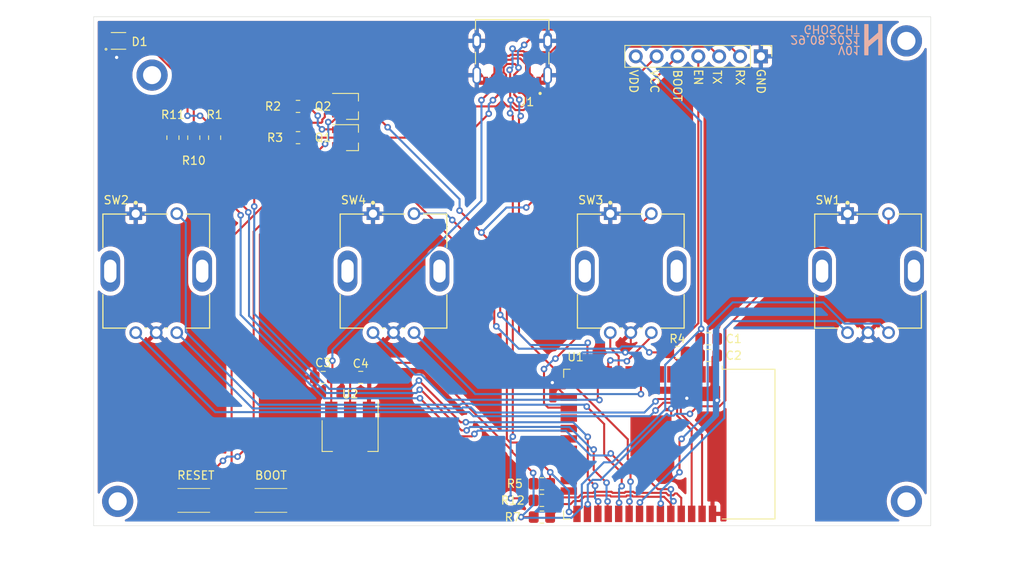
<source format=kicad_pcb>
(kicad_pcb (version 20211014) (generator pcbnew)

  (general
    (thickness 1.6)
  )

  (paper "A4")
  (title_block
    (title "LightControl Console")
    (date "2021-08-19")
    (rev "v01")
    (comment 4 "Author: GHOSCHT")
  )

  (layers
    (0 "F.Cu" signal)
    (31 "B.Cu" signal)
    (32 "B.Adhes" user "B.Adhesive")
    (33 "F.Adhes" user "F.Adhesive")
    (34 "B.Paste" user)
    (35 "F.Paste" user)
    (36 "B.SilkS" user "B.Silkscreen")
    (37 "F.SilkS" user "F.Silkscreen")
    (38 "B.Mask" user)
    (39 "F.Mask" user)
    (40 "Dwgs.User" user "User.Drawings")
    (41 "Cmts.User" user "User.Comments")
    (42 "Eco1.User" user "User.Eco1")
    (43 "Eco2.User" user "User.Eco2")
    (44 "Edge.Cuts" user)
    (45 "Margin" user)
    (46 "B.CrtYd" user "B.Courtyard")
    (47 "F.CrtYd" user "F.Courtyard")
    (48 "B.Fab" user)
    (49 "F.Fab" user)
  )

  (setup
    (pad_to_mask_clearance 0)
    (grid_origin 169.672 108.712)
    (pcbplotparams
      (layerselection 0x00010fc_ffffffff)
      (disableapertmacros false)
      (usegerberextensions true)
      (usegerberattributes true)
      (usegerberadvancedattributes true)
      (creategerberjobfile true)
      (svguseinch false)
      (svgprecision 6)
      (excludeedgelayer true)
      (plotframeref false)
      (viasonmask false)
      (mode 1)
      (useauxorigin false)
      (hpglpennumber 1)
      (hpglpenspeed 20)
      (hpglpendiameter 15.000000)
      (dxfpolygonmode true)
      (dxfimperialunits true)
      (dxfusepcbnewfont true)
      (psnegative false)
      (psa4output false)
      (plotreference true)
      (plotvalue false)
      (plotinvisibletext false)
      (sketchpadsonfab false)
      (subtractmaskfromsilk true)
      (outputformat 1)
      (mirror false)
      (drillshape 0)
      (scaleselection 1)
      (outputdirectory "Gerber/")
    )
  )

  (net 0 "")
  (net 1 "VDD")
  (net 2 "Net-(D1-Pad1)")
  (net 3 "Net-(D1-Pad3)")
  (net 4 "GND")
  (net 5 "VCC")
  (net 6 "RTS")
  (net 7 "DTR")
  (net 8 "Net-(D1-Pad2)")
  (net 9 "EN")
  (net 10 "BOOT")
  (net 11 "Net-(Q1-Pad1)")
  (net 12 "Net-(Q2-Pad1)")
  (net 13 "LEDR")
  (net 14 "LEDG")
  (net 15 "LEDB")
  (net 16 "Net-(R12-Pad2)")
  (net 17 "unconnected-(U1-Pad4)")
  (net 18 "unconnected-(U1-Pad5)")
  (net 19 "unconnected-(U1-Pad6)")
  (net 20 "unconnected-(U1-Pad7)")
  (net 21 "BTN4")
  (net 22 "BTN3")
  (net 23 "BTN2")
  (net 24 "BTN1")
  (net 25 "ENC4B")
  (net 26 "ENC4A")
  (net 27 "ENC3B")
  (net 28 "ENC3A")
  (net 29 "ENC2B")
  (net 30 "ENC2A")
  (net 31 "ENC1B")
  (net 32 "ENC1A")
  (net 33 "TX")
  (net 34 "RX")
  (net 35 "unconnected-(U1-Pad9)")
  (net 36 "unconnected-(U1-Pad14)")
  (net 37 "unconnected-(U1-Pad17)")
  (net 38 "unconnected-(U1-Pad18)")
  (net 39 "unconnected-(U1-Pad19)")
  (net 40 "unconnected-(U1-Pad20)")
  (net 41 "unconnected-(U1-Pad21)")
  (net 42 "unconnected-(U1-Pad22)")
  (net 43 "unconnected-(U1-Pad23)")
  (net 44 "unconnected-(U1-Pad24)")
  (net 45 "unconnected-(U1-Pad32)")

  (footprint "Package_TO_SOT_SMD:SOT-223-3_TabPin2" (layer "F.Cu") (at 126.492 115.824 -90))

  (footprint "MountingHole:MountingHole_2.2mm_M2_DIN965_Pad" (layer "F.Cu") (at 194.272 123.812))

  (footprint "Bourns-PEC11R-4220F-S0012:Bourns-PEC11R-4220F-S0012-MFG" (layer "F.Cu") (at 131.779 95.758))

  (footprint "Resistor_SMD:R_0805_2012Metric_Pad1.20x1.40mm_HandSolder" (layer "F.Cu") (at 120.142 75.692))

  (footprint "Bourns-PEC11R-4220F-S0012:Bourns-PEC11R-4220F-S0012-MFG" (layer "F.Cu") (at 189.597 95.758))

  (footprint "Resistor_SMD:R_0805_2012Metric_Pad1.20x1.40mm_HandSolder" (layer "F.Cu") (at 120.142 79.502 180))

  (footprint "Resistor_SMD:R_0805_2012Metric_Pad1.20x1.40mm_HandSolder" (layer "F.Cu") (at 107.442 79.502 -90))

  (footprint "Connector_PinHeader_2.54mm:PinHeader_1x07_P2.54mm_Vertical" (layer "F.Cu") (at 176.535 69.596 -90))

  (footprint "SKRKAEE020:SKRKAEE020" (layer "F.Cu") (at 107.442 123.698))

  (footprint "SKRKAEE020:SKRKAEE020" (layer "F.Cu") (at 116.84 123.698))

  (footprint "Resistor_SMD:R_0805_2012Metric_Pad1.20x1.40mm_HandSolder" (layer "F.Cu") (at 104.902 79.502 -90))

  (footprint "HRO_TYPE-C-31-M-12:HRO_TYPE-C-31-M-12" (layer "F.Cu") (at 146.24 67.712 180))

  (footprint "Capacitor_SMD:C_0805_2012Metric_Pad1.18x1.45mm_HandSolder" (layer "F.Cu") (at 170.18 104.013))

  (footprint "Resistor_SMD:R_0805_2012Metric_Pad1.20x1.40mm_HandSolder" (layer "F.Cu") (at 166.37 105.664))

  (footprint "Resistor_SMD:R_0805_2012Metric_Pad1.20x1.40mm_HandSolder" (layer "F.Cu") (at 149.86 123.698))

  (footprint "Bourns-PEC11R-4220F-S0012:Bourns-PEC11R-4220F-S0012-MFG" (layer "F.Cu") (at 160.688 95.758))

  (footprint "MountingHole:MountingHole_2.2mm_M2_DIN965_Pad" (layer "F.Cu") (at 102.362 71.882))

  (footprint "Capacitor_SMD:C_0805_2012Metric_Pad1.18x1.45mm_HandSolder" (layer "F.Cu") (at 127.7835 108.712))

  (footprint "Package_TO_SOT_SMD:SOT-23_Handsoldering" (layer "F.Cu") (at 126.746 75.692))

  (footprint "Capacitor_SMD:C_0805_2012Metric_Pad1.18x1.45mm_HandSolder" (layer "F.Cu") (at 170.18 106.045))

  (footprint "Capacitor_SMD:C_0805_2012Metric_Pad1.18x1.45mm_HandSolder" (layer "F.Cu") (at 123.2115 108.712 180))

  (footprint "Resistor_SMD:R_0805_2012Metric_Pad1.20x1.40mm_HandSolder" (layer "F.Cu") (at 149.86 125.73))

  (footprint "MountingHole:MountingHole_2.2mm_M2_DIN965_Pad" (layer "F.Cu") (at 98.172 123.812))

  (footprint "TJ-S1615CY6TGLCCSRGB-A5:TJ-S1615CY6TGLCCSRGB-A5" (layer "F.Cu") (at 98.272 67.712))

  (footprint "RF_Module:ESP32-WROOM-32" (layer "F.Cu") (at 162.39 116.84 -90))

  (footprint "MountingHole:MountingHole_2.2mm_M2_DIN965_Pad" (layer "F.Cu") (at 194.272 67.712))

  (footprint "Package_TO_SOT_SMD:SOT-23_Handsoldering" (layer "F.Cu") (at 126.746 79.502))

  (footprint "Resistor_SMD:R_0805_2012Metric_Pad1.20x1.40mm_HandSolder" (layer "F.Cu") (at 149.86 121.666))

  (footprint "Bourns-PEC11R-4220F-S0012:Bourns-PEC11R-4220F-S0012-MFG" (layer "F.Cu") (at 102.87 95.758))

  (footprint "Resistor_SMD:R_0805_2012Metric_Pad1.20x1.40mm_HandSolder" (layer "F.Cu") (at 109.982 79.502 -90))

  (footprint "logo:logo" (layer "B.Cu") (at 190.246 67.564 180))

  (gr_line (start 197.2425 64.77) (end 197.2425 126.7775) (layer "Edge.Cuts") (width 0.05) (tstamp 00000000-0000-0000-0000-0000611f32bd))
  (gr_line (start 95.2385 64.77) (end 95.2385 126.7775) (layer "Edge.Cuts") (width 0.05) (tstamp 00000000-0000-0000-0000-0000611f32c0))
  (gr_line (start 95.2385 126.7775) (end 197.2425 126.7775) (layer "Edge.Cuts") (width 0.05) (tstamp 00000000-0000-0000-0000-0000611f365d))
  (gr_line (start 197.2425 64.77) (end 95.2385 64.77) (layer "Edge.Cuts") (width 0.05) (tstamp 4e0c64dd-f348-4f5d-bdb3-f38525a89a3b))
  (gr_text "29.08.2021" (at 184.404 67.564 180) (layer "B.SilkS") (tstamp 16d979bc-5b09-45df-acde-0ef73a57785f)
    (effects (font (size 1 1) (thickness 0.15)) (justify mirror))
  )
  (gr_text "V01" (at 187.325 68.834 180) (layer "B.SilkS") (tstamp 35cb68f1-fd20-49e7-8b81-8ffdb417071e)
    (effects (font (size 1 1) (thickness 0.15)) (justify mirror))
  )
  (gr_text "GHOSCHT" (at 185.166 66.294 180) (layer "B.SilkS") (tstamp d01ae736-64c8-47b9-817e-57be4d72b8c3)
    (effects (font (size 1 1) (thickness 0.15)) (justify mirror))
  )
  (gr_text "VCC" (at 163.576 72.644 270) (layer "F.SilkS") (tstamp 054e13ee-d6e1-45a0-9d1c-6b5f895c8a72)
    (effects (font (size 1 1) (thickness 0.15)))
  )
  (gr_text "VDD" (at 161.036 72.644 270) (layer "F.SilkS") (tstamp 1b0821b9-4428-4bf8-9e01-2267b616a894)
    (effects (font (size 1 1) (thickness 0.15)))
  )
  (gr_text "RX" (at 173.99 72.136 270) (layer "F.SilkS") (tstamp 792e8545-7be7-46bb-89cc-21c755250470)
    (effects (font (size 1 1) (thickness 0.15)))
  )
  (gr_text "EN" (at 168.91 72.136 270) (layer "F.SilkS") (tstamp 96f7ed8a-3ec1-453e-b6b0-58dfe4c2c425)
    (effects (font (size 1 1) (thickness 0.15)))
  )
  (gr_text "GND" (at 176.53 72.644 270) (layer "F.SilkS") (tstamp a87dd78f-a985-4a5a-a713-a7a8730f3d83)
    (effects (font (size 1 1) (thickness 0.15)))
  )
  (gr_text "RESET" (at 107.696 120.65) (layer "F.SilkS") (tstamp d3beebe0-c3be-42e7-b903-8d54a7dd6e53)
    (effects (font (size 1 1) (thickness 0.15)))
  )
  (gr_text "BOOT" (at 116.84 120.65) (layer "F.SilkS") (tstamp d6308092-a776-4608-a1c9-485b50d511f4)
    (effects (font (size 1 1) (thickness 0.15)))
  )
  (gr_text "TX" (at 171.196 72.136 270) (layer "F.SilkS") (tstamp eb1c5eb1-c501-4daf-85a8-75c35a1a05d0)
    (effects (font (size 1 1) (thickness 0.15)))
  )
  (gr_text "BOOT" (at 166.37 73.152 270) (layer "F.SilkS") (tstamp fa2033cf-222b-42ff-a7bd-9211240843f5)
    (effects (font (size 1 1) (thickness 0.15)))
  )

  (segment (start 126.746 106.934) (end 135.508296 106.934) (width 0.25) (layer "F.Cu") (net 1) (tstamp 088a22a0-83c0-4b51-b4db-dffc23d49def))
  (segment (start 167.37 105.664) (end 168.6345 105.664) (width 0.25) (layer "F.Cu") (net 1) (tstamp 11f1db68-1da3-4f49-bd4d-e56e0ee7e169))
  (segment (start 148.86 120.420598) (end 148.793078 120.353676) (width 0.25) (layer "F.Cu") (net 1) (tstamp 19c5cc95-d261-4542-9740-21da267af372))
  (segment (start 169.265687 104.016813) (end 169.265687 102.792911) (width 0.25) (layer "F.Cu") (net 1) (tstamp 36c0ead4-4ec6-4dad-9feb-b959a74c0c1c))
  (segment (start 126.746 108.712) (end 126.746 106.934) (width 0.25) (layer "F.Cu") (net 1) (tstamp 3b6ee4ba-c161-4705-93eb-68b08ffcd12c))
  (segment (start 126.492 108.966) (end 126.746 108.712) (width 0.25) (layer "F.Cu") (net 1) (tstamp 4039c8b3-623a-49b0-abaa-3a88398be327))
  (segment (start 126.492 112.674) (end 126.492 108.966) (width 0.25) (layer "F.Cu") (net 1) (tstamp 4cda7d21-5e88-4c92-847e-3dfc21c107e8))
  (segment (start 135.508296 106.934) (end 146.244806 117.67051) (width 0.25) (layer "F.Cu") (net 1) (tstamp 529ecebd-169b-4544-903c-a6499339fe26))
  (segment (start 168.6345 105.664) (end 169.1425 106.172) (width 0.25) (layer "F.Cu") (net 1) (tstamp 6a13c3cb-e364-45cf-8810-62d997a983ad))
  (segment (start 146.244806 117.805404) (end 148.793078 120.353676) (width 0.25) (layer "F.Cu") (net 1) (tstamp c5e51ee8-e1b4-447c-b85d-325a15f38e3b))
  (segment (start 146.244806 117.67051) (end 146.244806 117.805404) (width 0.25) (layer "F.Cu") (net 1) (tstamp cbd6ade4-31a8-4198-9a79-0c612d8f7653))
  (segment (start 148.86 125.73) (end 147.32 125.73) (width 0.25) (layer "F.Cu") (net 1) (tstamp d3b48a45-3ad5-4552-aa1a-78ec1421fd02))
  (segment (start 169.375 108.34) (end 169.375 103.8645) (width 0.25) (layer "F.Cu") (net 1) (tstamp f61df1d2-7448-4572-9971-24b34507306e))
  (segment (start 148.86 121.666) (end 148.86 120.420598) (width 0.25) (layer "F.Cu") (net 1) (tstamp f9cf9621-6ab8-4392-93f6-8aeb1900683a))
  (via (at 147.32 125.73) (size 0.8) (drill 0.4) (layers "F.Cu" "B.Cu") (net 1) (tstamp 18f494b8-168c-45f1-a288-0fba6305b7e0))
  (via (at 169.265687 102.792911) (size 0.8) (drill 0.4) (layers "F.Cu" "B.Cu") (net 1) (tstamp 36f8dd72-a816-4045-b4b5-da054e42e5bb))
  (via (at 148.793078 120.353676) (size 0.8) (drill 0.4) (layers "F.Cu" "B.Cu") (net 1) (tstamp 673a52ef-ef9f-4bc2-bcfb-d4c60400d7a2))
  (segment (start 157.412911 119.057489) (end 158.436807 119.057489) (width 0.25) (layer "B.Cu") (net 1) (tstamp 12c5a4d0-df7e-4d25-82a8-79ba41e376a8))
  (segment (start 148.844 120.404598) (end 148.793078 120.353676) (width 0.25) (layer "B.Cu") (net 1) (tstamp 18a78524-acf9-466a-a4dd-c4a9058090d6))
  (segment (start 158.436807 119.057489) (end 164.883499 112.610797) (width 0.25) (layer "B.Cu") (net 1) (tstamp 26071378-6c14-47d1-92dd-01bb85cdba84))
  (segment (start 147.409501 125.819501) (end 153.462099 125.819501) (width 0.25) (layer "B.Cu") (net 1) (tstamp 28bac2cf-db56-4091-806c-252368e37ab7))
  (segment (start 164.883499 107.175099) (end 169.265687 102.792911) (width 0.25) (layer "B.Cu") (net 1) (tstamp 2c2bb020-4bd8-4d3d-9b20-a435388ab538))
  (segment (start 148.844 124.206) (end 148.844 120.404598) (width 0.25) (layer "B.Cu") (net 1) (tstamp 48f33b10-94cf-4e13-a93b-0548744f9fbf))
  (segment (start 164.883499 112.610797) (end 164.883499 107.175099) (width 0.25) (layer "B.Cu") (net 1) (tstamp 4cc5143c-a23f-478e-a531-bd32851988f6))
  (segment (start 169.265687 77.566687) (end 169.265687 102.792911) (width 0.25) (layer "B.Cu") (net 1) (tstamp 67d23f98-51ae-4548-884a-d1c169d4887a))
  (segment (start 154.723499 121.746901) (end 157.412911 119.057489) (width 0.25) (layer "B.Cu") (net 1) (tstamp ad0561dd-f7bc-4cce-a8cd-6a6aa9e93d82))
  (segment (start 161.295 69.596) (end 169.265687 77.566687) (width 0.25) (layer "B.Cu") (net 1) (tstamp ae0bce18-5b89-44eb-ac7e-737b1843facb))
  (segment (start 147.32 125.73) (end 147.409501 125.819501) (width 0.25) (layer "B.Cu") (net 1) (tstamp baca1873-0d18-435a-8994-c73fa197d062))
  (segment (start 147.32 125.73) (end 148.844 124.206) (width 0.25) (layer "B.Cu") (net 1) (tstamp cbd33141-8b51-4dfc-9b28-384b0f68be5d))
  (segment (start 153.462099 125.819501) (end 154.723499 124.558101) (width 0.25) (layer "B.Cu") (net 1) (tstamp e3c04be6-f3c1-453f-bafc-ee027946d0a6))
  (segment (start 154.723499 124.558101) (end 154.723499 121.746901) (width 0.25) (layer "B.Cu") (net 1) (tstamp f73ec37c-d444-46be-8242-807deb46513d))
  (segment (start 97.247 67.187) (end 96.647489 67.786511) (width 0.25) (layer "F.Cu") (net 2) (tstamp 0abcf740-3ffb-4ab1-982c-adad02fe935a))
  (segment (start 96.647489 67.786511) (end 96.647489 70.247489) (width 0.25) (layer "F.Cu") (net 2) (tstamp 3167db10-c163-453b-9418-211b37e6b38a))
  (segment (start 97.397 67.187) (end 97.247 67.187) (width 0.25) (layer "F.Cu") (net 2) (tstamp c7ce8319-ccb6-458d-8308-9f13935572b9))
  (segment (start 96.647489 70.247489) (end 104.902 78.502) (width 0.25) (layer "F.Cu") (net 2) (tstamp e601fb55-888c-48d6-9af1-cd87e9bacb2f))
  (segment (start 106.68 73.054065) (end 106.68 76.835) (width 0.25) (layer "F.Cu") (net 3) (tstamp 1539d17f-9f51-415a-8178-946cfa8f3b6a))
  (segment (start 108.315 76.835) (end 109.982 78.502) (width 0.25) (layer "F.Cu") (net 3) (tstamp 2a1d8883-e18d-402a-84fc-ad8e85d8795c))
  (segment (start 101.862935 68.237) (end 106.68 73.054065) (width 0.25) (layer "F.Cu") (net 3) (tstamp 376196f1-8fce-4770-9457-b487934b9ed4))
  (segment (start 99.147 68.237) (end 101.862935 68.237) (width 0.25) (layer "F.Cu") (net 3) (tstamp f428de52-b08f-45cf-ae6b-295810639f31))
  (segment (start 108.204 76.835) (end 108.315 76.835) (width 0.25) (layer "F.Cu") (net 3) (tstamp f4c43b34-9a5d-4762-a7e6-dea8c56abec4))
  (via (at 106.68 76.835) (size 0.8) (drill 0.4) (layers "F.Cu" "B.Cu") (net 3) (tstamp 40ac937a-42dd-43fb-b13a-a47e14eaf858))
  (via (at 108.204 76.835) (size 0.8) (drill 0.4) (layers "F.Cu" "B.Cu") (net 3) (tstamp 462f3a13-0050-4845-84df-8be913b4f9b0))
  (segment (start 106.68 76.835) (end 108.204 76.835) (width 0.25) (layer "B.Cu") (net 3) (tstamp c758efbf-7c0f-459a-96c8-1a06bf5265af))
  (segment (start 170.645 109.59) (end 170.645 108.34) (width 0.25) (layer "F.Cu") (net 4) (tstamp 1d41185e-00bf-49cf-b73d-9dd22f2fa181))
  (segment (start 170.645 110.955) (end 171.196 111.506) (width 0.25) (layer "F.Cu") (net 4) (tstamp 3fabc56d-5368-4769-af0d-b070b18b2bc0))
  (segment (start 97.397 68.237) (end 97.397 69.076) (width 0.25) (layer "F.Cu") (net 4) (tstamp 4ab0c4e1-5809-43ab-9183-5ee1cd9bbe85))
  (segment (start 170.645 108.34) (end 170.645 110.955) (width 0.25) (layer "F.Cu") (net 4) (tstamp 5d376d86-8c3c-4fca-9025-9bbc8031d447))
  (segment (start 160.688 104.996) (end 160.688 103.258) (width 0.25) (layer "F.Cu") (net 4) (tstamp 688a8d01-96b6-4fd1-8b70-c7081fc0c2c8))
  (segment (start 160.02 105.664) (end 160.688 104.996) (width 0.25) (layer "F.Cu") (net 4) (tstamp 69e37028-10fb-44ac-b45f-a1dd6ea5709f))
  (segment (start 128.792 112.674) (end 128.792 108.741) (width 0.25) (layer "F.Cu") (net 4) (tstamp 70b95cb7-ef7c-4b9c-b3f9-804760251320))
  (segment (start 128.792 108.741) (end 128.821 108.712) (width 0.25) (layer "F.Cu") (net 4) (tstamp 74d4ed13-1f16-4039-8f5f-23cc99dfbffe))
  (segment (start 167.513 111.252) (end 168.983 111.252) (width 0.25) (layer "F.Cu") (net 4) (tstamp 9459d2d2-d254-4b9a-a4ec-f8308da3f955))
  (segment (start 97.397 69.076) (end 98.044 69.723) (width 0.25) (layer "F.Cu") (net 4) (tstamp a3545a7f-122c-4006-bea4-6da57bddad82))
  (segment (start 171.2175 105.664) (end 171.2175 103.632) (width 0.25) (layer "F.Cu") (net 4) (tstamp aad88616-d05d-4372-a336-311c43e4cd9b))
  (segment (start 165.608 113.377) (end 165.608 112.522) (width 0.25) (layer "F.Cu") (net 4) (tstamp b38f749f-79ab-4cfe-bdaa-f04102426519))
  (segment (start 168.983 111.252) (end 170.645 109.59) (width 0.25) (layer "F.Cu") (net 4) (tstamp b79c6e1c-079c-44aa-ac77-3b7b1658c08e))
  (segment (start 152.908 111.125) (end 151.13 109.347) (width 0.25) (layer "F.Cu") (net 4) (tstamp bc7334a1-8ced-4648-8433-7c3323416bed))
  (segment (start 170.645 108.34) (end 170.645 106.2365) (width 0.25) (layer "F.Cu") (net 4) (tstamp bd2b30b5-614c-410f-bb7c-690817b4a07b))
  (segment (start 153.135 111.125) (end 152.908 111.125) (width 0.25) (layer "F.Cu") (net 4) (tstamp c990f27c-044a-4af5-9ff6-a78efd4d87c8))
  (segment (start 163.145 115.84) (end 165.608 113.377) (width 0.25) (layer "F.Cu") (net 4) (tstamp ce276b62-5ead-4488-a111-a7035216a314))
  (segment (start 170.645 106.2365) (end 171.2175 105.664) (width 0.25) (layer "F.Cu") (net 4) (tstamp d6bb2edc-88a7-4cb8-9bb1-718f1625039b))
  (via (at 165.608 112.522) (size 0.8) (drill 0.4) (layers "F.Cu" "B.Cu") (net 4) (tstamp 6ffe0123-4272-4b17-8f04-027b580bf6c4))
  (via (at 151.13 109.347) (size 0.8) (drill 0.4) (layers "F.Cu" "B.Cu") (net 4) (tstamp 7cca83ff-e73d-4558-9774-41ba4f4a6f5b))
  (via (at 167.513 111.252) (size 0.8) (drill 0.4) (layers "F.Cu" "B.Cu") (net 4) (tstamp 82cd8e01-f235-4947-a9d4-594966b5ddd3))
  (via (at 171.196 111.506) (size 0.8) (drill 0.4) (layers "F.Cu" "B.Cu") (net 4) (tstamp 933a93b2-f702-4f6e-b941-50a831c45a41))
  (via (at 98.044 69.723) (size 0.8) (drill 0.4) (layers "F.Cu" "B.Cu") (net 4) (tstamp cc129bbc-b653-4b94-8044-040d3369ddac))
  (via (at 160.02 105.664) (size 0.8) (drill 0.4) (layers "F.Cu" "B.Cu") (net 4) (tstamp d615a2d4-3155-48a9-85c4-76bf282a34a3))
  (segment (start 165.608 112.522) (end 166.243 112.522) (width 0.25) (layer "B.Cu") (net 4) (tstamp 3cf5bdc1-b600-47a3-a53f-cdb935058bb9))
  (segment (start 151.13 109.347) (end 154.813 105.664) (width 0.25) (layer "B.Cu") (net 4) (tstamp 72a27367-0830-4da6-bb4f-a7df177cc4fe))
  (segment (start 154.813 105.664) (end 160.02 105.664) (width 0.25) (layer "B.Cu") (net 4) (tstamp 9ec3eb52-92e6-4df9-99df-b3bc71830dd4))
  (segment (start 166.243 112.522) (end 167.513 111.252) (width 0.25) (layer "B.Cu") (net 4) (tstamp ca41a3b4-ce4c-45dc-b498-297651b3d618))
  (segment (start 148.336 70.329949) (end 148.37617 70.37012) (width 0.25) (layer "F.Cu") (net 5) (tstamp 0d9583e2-8002-41fc-950b-6bf9d134d082))
  (segment (start 147.425134 69.419083) (end 147.42514 69.419089) (width 0.25) (layer "F.Cu") (net 5) (tstamp 117510a7-1208-4c38-8b63-a088b5c49ef8))
  (segment (start 145.915436 69.536031) (end 146.042013 69.409456) (width 0.25) (layer "F.Cu") (net 5) (tstamp 19d2dd27-da32-43bd-a30e-872d68673f36))
  (segment (start 124.333 106.68) (end 124.333 108.628) (width 0.25) (layer "F.Cu") (net 5) (tstamp 25879aeb-b3ee-4606-b745-e746f4f8ecea))
  (segment (start 147.396616 69.419083) (end 147.425134 69.419083) (width 0.25) (layer "F.Cu") (net 5) (tstamp 2d2e7c2d-b5bf-4a0f-a1e9-0a5ce5ba3d4b))
  (segment (start 143.79 71.946629) (end 144.074521 71.662108) (width 0.25) (layer "F.Cu") (net 5) (tstamp 37580463-9a1e-4f46-af70-5eca27db708a))
  (segment (start 147.386991 69.409458) (end 147.396616 69.419083) (width 0.25) (layer "F.Cu") (net 5) (tstamp 4bb5c641-5756-4db3-9afd-0ed93e441755))
  (segment (start 124.333 108.628) (end 124.249 108.712) (width 0.25) (layer "F.Cu") (net 5) (tstamp 536f2431-911f-4923-8cf7-d1071fdb43fa))
  (segment (start 148.149031 69.536031) (end 148.336 69.723) (width 0.25) (layer "F.Cu") (net 5) (tstamp 59c264b3-578a-4b11-ba61-e77bbb9f7f1c))
  (segment (start 144.331969 69.536031) (end 145.915436 69.536031) (width 0.25) (layer "F.Cu") (net 5) (tstamp 5a9d4312-68af-460d-8a53-263ccd1c0f5d))
  (segment (start 148.376169 71.632798) (end 148.69 71.946629) (width 0.25) (layer "F.Cu") (net 5) (tstamp 6025f522-866d-4c52-85c4-ce7cd66d542a))
  (segment (start 143.79 73.634) (end 142.494 74.93) (width 0.25) (layer "F.Cu") (net 5) (tstamp 671af102-bf2d-45d8-9160-0cc1aa54ad77))
  (segment (start 147.42514 69.419089) (end 147.425149 69.419089) (width 0.25) (layer "F.Cu") (net 5) (tstamp 6d31dafe-3b69-4aa2-9692-ee405fc957d0))
  (segment (start 148.764511 73.856511) (end 148.69 73.782) (width 0.25) (layer "F.Cu") (net 5) (tstamp 703ffce5-42be-4743-b507-cad291f69103))
  (segment (start 124.192 108.769) (end 124.249 108.712) (width 0.25) (layer "F.Cu") (net 5) (tstamp 773f0651-7335-4b51-8541-72b2052881b7))
  (segment (start 148.69 73.782) (end 148.69 72.807) (width 0.25) (layer "F.Cu") (net 5) (tstamp 782f3c1d-303e-4a4a-9239-f1fb094dcf90))
  (segment (start 147.542083 69.536031) (end 148.149031 69.536031) (width 0.25) (layer "F.Cu") (net 5) (tstamp 79d3cd95-9442-4035-98ca-8297cfd4e288))
  (segment (start 148.69 71.946629) (end 148.69 72.807) (width 0.25) (layer "F.Cu") (net 5) (tstamp 7d0b73c4-ecc7-4362-9ae1-df1ea1d895ac))
  (segment (start 163.835 69.596) (end 159.574489 73.856511) (width 0.25) (layer "F.Cu") (net 5) (tstamp 7e13f7b6-30b9-4395-96ac-aee68d7ab483))
  (segment (start 148.336 69.723) (end 148.336 70.329949) (width 0.25) (layer "F.Cu") (net 5) (tstamp 8057fed7-90e7-449a-b8b3-6022758ff0bf))
  (segment (start 124.192 112.674) (end 124.192 108.769) (width 0.25) (layer "F.Cu") (net 5) (tstamp 832704f3-7f3c-4099-bf62-a6fd1e5d7fff))
  (segment (start 143.79 72.807) (end 143.79 71.946629) (width 0.25) (layer "F.Cu") (net 5) (tstamp 8aceee4b-0ba2-4ec4-830f-91a73124395a))
  (segment (start 143.79 72.807) (end 143.79 73.634) (width 0.25) (layer "F.Cu") (net 5) (tstamp 8ceaf500-4f39-4dce-8a8e-56e2511f9db3))
  (segment (start 159.574489 73.856511) (end 148.764511 73.856511) (width 0.25) (layer "F.Cu") (net 5) (tstamp a8dd0adc-f647-4e46-a325-13a6f4e6bbd6))
  (segment (start 144.074521 69.793479) (end 144.331969 69.536031) (width 0.25) (layer "F.Cu") (net 5) (tstamp bbeaf350-c646-42c8-b74d-a3880b88e573))
  (segment (start 144.074521 71.662108) (end 144.074521 69.793479) (width 0.25) (layer "F.Cu") (net 5) (tstamp bd4dc11b-d360-4ce3-a724-e06364c0a5b7))
  (segment (start 146.042013 69.409456) (end 147.386991 69.409458) (width 0.25) (layer "F.Cu") (net 5) (tstamp c36ddf91-0003-408c-b3fe-7d0924d99fcd))
  (segment (start 148.37617 70.37012) (end 148.376169 71.632798) (width 0.25) (layer "F.Cu") (net 5) (tstamp d03332e2-ea0d-4310-8c0a-aaa579a15f88))
  (segment (start 147.425149 69.419089) (end 147.542083 69.536031) (width 0.25) (layer "F.Cu") (net 5) (tstamp fc02a893-835c-4827-83e2-8cb7a1d42bda))
  (via (at 142.494 74.93) (size 0.8) (drill 0.4) (layers "F.Cu" "B.Cu") (net 5) (tstamp 702434ec-51f9-4735-b452-0ab101ef60a3))
  (via (at 124.333 106.68) (size 0.8) (drill 0.4) (layers "F.Cu" "B.Cu") (net 5) (tstamp 714d2dc4-8a07-4768-bc1d-69b407a5abf4))
  (segment (start 142.494 87.187004) (end 124.333 105.348004) (width 0.25) (layer "B.Cu") (net 5) (tstamp 0396b644-f490-42d7-b7f1-1990d2a07aa1))
  (segment (start 142.494 74.93) (end 142.494 87.187004) (width 0.25) (layer "B.Cu") (net 5) (tstamp 7fcb07a8-8190-4e2f-b42b-30c14ae474fb))
  (segment (start 124.333 105.348004) (end 124.333 106.68) (width 0.25) (layer "B.Cu") (net 5) (tstamp f5d661b4-4623-43e9-9824-e35d80d65125))
  (segment (start 147.210421 69.868592) (end 147.23894 69.868593) (width 0.25) (layer "F.Cu") (net 6) (tstamp 26f9f2b0-f2a4-403e-96f2-aed325c33b21))
  (segment (start 146.228204 69.858967) (end 147.200797 69.858968) (width 0.25) (layer "F.Cu") (net 6) (tstamp 301473da-c340-4903-bd12-1ad508913411))
  (segment (start 144.524031 70.859369) (end 145.368901 70.014499) (width 0.25) (layer "F.Cu") (net 6) (tstamp 397d2071-a7d4-4dce-8935-bb81a0d79fab))
  (segment (start 144.49 72.807) (end 144.49 71.882333) (width 0.25) (layer "F.Cu") (net 6) (tstamp 3ed8419e-517a-4958-9d08-20faa1686284))
  (segment (start 147.926658 70.928699) (end 147.926658 71.528897) (width 0.25) (layer "F.Cu") (net 6) (tstamp 4749f1e8-edae-42f7-9560-6aecbb5e835d))
  (segment (start 144.49 71.882333) (end 144.524032 71.848301) (width 0.25) (layer "F.Cu") (net 6) (tstamp 54050eda-5d5e-40db-a34a-5216b42d9b10))
  (segment (start 147.926658 71.528897) (end 147.49 71.965555) (width 0.25) (layer "F.Cu") (net 6) (tstamp 5b103580-8283-4bca-8288-1f066b964aec))
  (segment (start 147.926659 70.556312) (end 147.926658 70.928699) (width 0.25) (layer "F.Cu") (net 6) (tstamp 5caea59d-4006-44ef-9850-1511c5941c00))
  (segment (start 146.072672 70.014499) (end 146.228204 69.858967) (width 0.25) (layer "F.Cu") (net 6) (tstamp 656d8d2c-3761-4de3-b7d3-c8f7e2a09273))
  (segment (start 143.891 74.93) (end 144.49 74.331) (width 0.25) (layer "F.Cu") (net 6) (tstamp 676b52ea-c195-43a7-8a6f-6a63eb0434b3))
  (segment (start 145.368901 70.014499) (end 146.072672 70.014499) (width 0.25) (layer "F.Cu") (net 6) (tstamp 68be168d-f359-464d-99e9-74f6dcba3d26))
  (segment (start 140.462 79.502) (end 143.383 76.581) (width 0.25) (layer "F.Cu") (net 6) (tstamp 874dd9ac-6139-4cb5-81f8-e09b9f53e954))
  (segment (start 144.49 74.331) (end 144.49 72.807) (width 0.25) (layer "F.Cu") (net 6) (tstamp 9b46ff27-a2ac-4c8e-a4df-33459b46ed11))
  (segment (start 121.142 79.502) (end 128.246 79.502) (width 0.25) (layer "F.Cu") (net 6) (tstamp a907fd8c-ce56-41a7-8c16-efc74adbc1bc))
  (segment (start 128.246 79.502) (end 140.462 79.502) (width 0.25) (layer "F.Cu") (net 6) (tstamp b01a61a4-5c75-4ef2-8038-08ff15335a71))
  (segment (start 147.23894 69.868593) (end 147.926659 70.556312) (width 0.25) (layer "F.Cu") (net 6) (tstamp c85bd4b2-2580-4210-b5bb-56940df6e3ea))
  (segment (start 147.200797 69.858968) (end 147.210421 69.868592) (width 0.25) (layer "F.Cu") (net 6) (tstamp cc95fe4e-01a7-4822-b596-b663cefcaf88))
  (segment (start 144.524032 71.848301) (end 144.524031 70.859369) (width 0.25) (layer "F.Cu") (net 6) (tstamp eea74865-bbd1-4287-8764-8879309645d2))
  (segment (start 147.49 71.965555) (end 147.49 72.807) (width 0.25) (layer "F.Cu") (net 6) (tstamp f7d111f5-56e0-40df-8739-da5395ac6efd))
  (via (at 143.891 74.93) (size 0.8) (drill 0.4) (layers "F.Cu" "B.Cu") (net 6) (tstamp 0b9164b3-fe59-4e29-9217-48f5d1687a09))
  (via (at 143.383 76.581) (size 0.8) (drill 0.4) (layers "F.Cu" "B.Cu") (net 6) (tstamp dec82576-74e1-4d1b-8645-a6f0fda04261))
  (segment (start 143.383 76.581) (end 143.383 75.438) (width 0.25) (layer "B.Cu") (net 6) (tstamp 5ceeec7b-80d7-4a83-8507-816e0333014e))
  (segment (start 143.383 75.438) (end 143.891 74.93) (width 0.25) (layer "B.Cu") (net 6) (tstamp 955bd763-b36e-4ab3-8ed2-391a94698d3b))
  (segment (start 148.277511 74.235807) (end 147.99 73.948296) (width 0.25) (layer "F.Cu") (net 7) (tstamp 05b1c543-8b02-429b-a06d-0269364e50aa))
  (segment (start 147.99 73.948296) (end 147.99 72.807) (width 0.25) (layer "F.Cu") (net 7) (tstamp 073ee14b-6b48-4e6b-aa13-82ee4b348dbf))
  (segment (start 146.176296 75.692) (end 146.625807 76.141511) (width 0.25) (layer "F.Cu") (net 7) (tstamp 0e74a72d-ee18-4fa9-849b-a6c5c8f16e49))
  (segment (start 119.142 75.692) (end 120.816511 74.017489) (width 0.25) (layer "F.Cu") (net 7) (tstamp 143ed33d-9e8e-4645-88ee-6b155c9f4b4a))
  (segment (start 144.311 75.692) (end 144.99 75.013) (width 0.25) (layer "F.Cu") (net 7) (tstamp 1722ac7d-d54b-4103-a50c-a8f9f658ce92))
  (segment (start 144.99 72.807) (end 144.99 75.013) (width 0.25) (layer "F.Cu") (net 7) (tstamp 22bac768-9dea-4488-97b4-94a38da1de80))
  (segment (start 120.816511 74.017489) (end 126.571489 74.017489) (width 0.25) (layer "F.Cu") (net 7) (tstamp 26422f7f-0a6e-41a9-8d17-5f91fcaeb141))
  (segment (start 146.625807 76.141511) (end 147.633194 76.14151) (width 0.25) (layer "F.Cu") (net 7) (tstamp 6ccff5ce-d6ae-4043-81e6-1bda0c676ebf))
  (segment (start 128.246 75.692) (end 144.311 75.692) (width 0.25) (layer "F.Cu") (net 7) (tstamp 76ca2d8a-3b9c-40e5-ad1d-14e0a50d4470))
  (segment (start 145.669 75.692) (end 146.176296 75.692) (width 0.25) (layer "F.Cu") (net 7) (tstamp 872218f0-29dd-4f18-a23d-1a4aeb7f8f9e))
  (segment (start 126.571489 74.017489) (end 128.246 75.692) (width 0.25) (layer "F.Cu") (net 7) (tstamp aedb664c-46aa-4cb3-9e11-10f6e437d14a))
  (segment (start 148.277511 75.497193) (end 148.277511 74.235807) (width 0.25) (layer "F.Cu") (net 7) (tstamp c60f172a-08ee-46e1-ab7c-d85b2668f6c2))
  (segment (start 144.99 75.013) (end 145.669 75.692) (width 0.25) (layer "F.Cu") (net 7) (tstamp d0f212af-eaf6-4fc0-bd36-69d655b0aef5))
  (segment (start 147.633194 76.14151) (end 148.277511 75.497193) (width 0.25) (layer "F.Cu") (net 7) (tstamp ed47132e-1aa9-4359-b66d-7502e7e078dd))
  (segment (start 101.448639 67.187) (end 107.442 73.180361) (width 0.25) (layer "F.Cu") (net 8) (tstamp 30224f6e-2d91-40e3-b299-b88771ca2366))
  (segment (start 107.442 73.180361) (end 107.442 78.502) (width 0.25) (layer "F.Cu") (net 8) (tstamp cab0095c-a329-4b90-975f-6fe345320c85))
  (segment (start 99.147 67.187) (end 101.448639 67.187) (width 0.25) (layer "F.Cu") (net 8) (tstamp e20b88d7-b22c-40c5-bfee-bb5052d62dcd))
  (segment (start 110.998 118.872) (end 106.172 123.698) (width 0.25) (layer "F.Cu") (net 9) (tstamp 35c1d841-280c-419e-a8bc-24c24651498e))
  (segment (start 168.105 107.09) (end 168.105 108.34) (width 0.25) (layer "F.Cu") (net 9) (tstamp 40be6e20-3bbe-4193-aa41-6e53bc3fd9c1))
  (segment (start 168.915 102.119) (end 165.37 105.664) (width 0.25) (layer "F.Cu") (net 9) (tstamp 43771369-3a0f-4a77-95be-41c74c61629c))
  (segment (start 127.527944 80.452) (end 144.055499 96.979555) (width 0.25) (layer "F.Cu") (net 9) (tstamp 48bb37bc-56c9-4bd9-906b-077417e2f6eb))
  (segment (start 114.74 116.4) (end 112.776 118.364) (width 0.25) (layer "F.Cu") (net 9) (tstamp 550b26c9-1cee-47c6-81a9-45e6d70bb39c))
  (segment (start 114.74 90.958) (end 114.74 116.4) (width 0.25) (layer "F.Cu") (net 9) (tstamp 699b6899-9e6e-464b-a25f-778a1f50f9ad))
  (segment (start 166.39452 106.68852) (end 167.70352 106.68852) (width 0.25) (layer "F.Cu") (net 9) (tstamp 7ba00045-85a5-49e8-a168-105bacded06f))
  (segment (start 144.055499 102.234999) (end 144.3095 102.489) (width 0.25) (layer "F.Cu") (net 9) (tstamp 93dfb4c1-178e-4371-82d2-a55b7a918ced))
  (segment (start 167.70352 106.68852) (end 168.105 107.09) (width 0.25) (layer "F.Cu") (net 9) (tstamp 99cc5bd8-4116-4466-92bf-8c0b96a43d88))
  (segment (start 162.941 105.664) (end 165.37 105.664) (width 0.25) (layer "F.Cu") (net 9) (tstamp a1643ffb-e1c7-4666-beac-92544dcd87df))
  (segment (start 144.055499 96.979555) (end 144.055499 102.234999) (width 0.25) (layer "F.Cu") (net 9) (tstamp aa4f0ba9-439d-47aa-8cd9-8036a0fca7c9))
  (segment (start 168.915 69.596) (end 168.915 102.119) (width 0.25) (layer "F.Cu") (net 9) (tstamp b5c2673a-56b0-4878-8b3d-7c7315da3ae2))
  (segment (start 125.246 80.452) (end 127.527944 80.452) (width 0.25) (layer "F.Cu") (net 9) (tstamp b87748fd-a744-4823-8925-d05e8bc9b6d3))
  (segment (start 106.172 123.698) (end 105.342 123.698) (width 0.25) (layer "F.Cu") (net 9) (tstamp e306e2f9-745c-4d74-a723-8a072f0bf2fe))
  (segment (start 165.37 105.664) (end 166.39452 106.68852) (width 0.25) (layer "F.Cu") (net 9) (tstamp e5b3f06f-0ea6-4171-a883-438d1984ea04))
  (segment (start 125.246 80.452) (end 114.74 90.958) (width 0.25) (layer "F.Cu") (net 9) (tstamp f708d326-b2e8-4907-a15e-1483c83ae139))
  (via (at 110.998 118.872) (size 0.8) (drill 0.4) (layers "F.Cu" "B.Cu") (net 9) (tstamp c6356e5b-577c-42c6-9bd3-f00136afbe3c))
  (via (at 144.3095 102.489) (size 0.8) (drill 0.4) (layers "F.Cu" "B.Cu") (net 9) (tstamp c79e664f-5047-4a5e-b89a-62f46637a33d))
  (via (at 162.941 105.664) (size 0.8) (drill 0.4) (layers "F.Cu" "B.Cu") (net 9) (tstamp ca69a730-f984-468f-9e41-48e3d9ac8adc))
  (via (at 112.776 118.364) (size 0.8) (drill 0.4) (layers "F.Cu" "B.Cu") (net 9) (tstamp caf6f403-aad6-470e-888d-255682df153c))
  (segment (start 162.216499 104.939499) (end 159.592901 104.939499) (width 0.25) (layer "B.Cu") (net 9) (tstamp 03754deb-09ec-4fc0-8a35-53d1cd2dc260))
  (segment (start 112.776 118.364) (end 111.506 118.364) (width 0.25) (layer "B.Cu") (net 9) (tstamp 6eaac6ed-ba0a-46cb-a452-f101e690df96))
  (segment (start 162.941 105.664) (end 162.216499 104.939499) (width 0.25) (layer "B.Cu") (net 9) (tstamp 7b2b9810-94bd-4f16-b113-f3de12f51a14))
  (segment (start 159.592901 104.939499) (end 159.31791 105.21449) (width 0.25) (layer "B.Cu") (net 9) (tstamp 8720189a-ba44-493f-8a68-874cad595cc7))
  (segment (start 111.506 118.364) (end 110.998 118.872) (width 0.25) (layer "B.Cu") (net 9) (tstamp 9f4824f9-0dba-48f0-8b42-3d3ea405c2ae))
  (segment (start 159.31791 105.21449) (end 147.03499 105.21449) (width 0.25) (layer "B.Cu") (net 9) (tstamp aa26e442-c86b-4ceb-80aa-75f6b1bd05c9))
  (segment (start 147.03499 105.21449) (end 144.3095 102.489) (width 0.25) (layer "B.Cu") (net 9) (tstamp e994e8d3-4fd0-45c9-a069-183f214d0d00))
  (segment (start 146.012122 116.648022) (end 147.255022 116.648022) (width 0.25) (layer "F.Cu") (net 10) (tstamp 10c4ff6a-da19-418e-bb70-84886c297f4b))
  (segment (start 145.58772 94.15272) (end 145.58772 116.22362) (width 0.25) (layer "F.Cu") (net 10) (tstamp 18cd8069-006d-4344-9db6-059dfea644ab))
  (segment (start 142.494 91.059) (end 145.58772 94.15272) (width 0.25) (layer "F.Cu") (net 10) (tstamp 1c42ed20-931e-48cf-a397-f52e9a1d8de9))
  (segment (start 153.162 125.095) (end 153.89 125.095) (width 0.25) (layer "F.Cu") (net 10) (tstamp 1cbd2581-876b-41ac-afe7-787b1c053faa))
  (segment (start 125.246 76.642) (end 129.474 76.642) (width 0.25) (layer "F.Cu") (net 10) (tstamp 1e815f70-a39c-40f6-8c01-75628ccb2ee6))
  (segment (start 129.474 76.642) (end 131.064 78.232) (width 0.25) (layer "F.Cu") (net 10) (tstamp 21fd534d-c461-4b45-81b0-fd06d8284fab))
  (segment (start 112.051499 91.665101) (end 112.051499 121.009499) (width 0.25) (layer "F.Cu") (net 10) (tstamp 2620923d-7d78-4536-a161-436b4c06a726))
  (segment (start 124.291 77.597) (end 125.246 76.642) (width 0.25) (layer "F.Cu") (net 10) (tstamp 4892fc57-3d67-4bd0-97ca-d0abda4e9acb))
  (segment (start 123.825 77.597) (end 124.291 77.597) (width 0.25) (layer "F.Cu") (net 10) (tstamp 4ff3353c-603b-407a-878b-c2a3c7b07414))
  (segment (start 147.255022 116.648022) (end 150.876 120.269) (width 0.25) (layer "F.Cu") (net 10) (tstamp 519b7705-18d3-4980-9365-bce398f88434))
  (segment (start 123.444 80.264) (end 123.444 80.2726) (width 0.25) (layer "F.Cu") (net 10) (tstamp 5c1f7006-ea07-4030-a81b-49949acac72b))
  (segment (start 139.827 88.392) (end 142.494 91.059) (width 0.25) (layer "F.Cu") (net 10) (tstamp 6891ccdd-be7c-407f-a455-8c98eb62e127))
  (segment (start 153.89 125.095) (end 154.135 125.34) (width 0.25) (layer "F.Cu") (net 10) (tstamp 83e0c9b5-283b-4771-9158-a56e6195e6fd))
  (segment (start 145.58772 116.22362) (end 146.012122 116.648022) (width 0.25) (layer "F.Cu") (net 10) (tstamp 84d4e849-82d4-423b-95b7-9c7e89c3c290))
  (segment (start 166.375 69.596) (end 147.96 88.011) (width 0.25) (layer "F.Cu") (net 10) (tstamp 8c31029c-2e61-4861-ae19-d989512db91a))
  (segment (start 112.051499 121.009499) (end 114.74 123.698) (width 0.25) (layer "F.Cu") (net 10) (tstamp 983d644f-93f6-4c81-b3b3-dda4967ed234))
  (segment (start 123.444 80.2726) (end 112.051499 91.665101) (width 0.25) (layer "F.Cu") (net 10) (tstamp a5fb579b-d688-46df-ade8-9468c1d32967))
  (segment (start 150.86 121.666) (end 150.86 120.285) (width 0.25) (layer "F.Cu") (net 10) (tstamp d312b717-d00c-44a3-8703-8155d0a4ef8f))
  (segment (start 150.86 120.285) (end 150.876 120.269) (width 0.25) (layer "F.Cu") (net 10) (tstamp ebc484be-6648-4e9c-9054-bab0efba298a))
  (segment (start 147.96 88.011) (end 147.955 88.011) (width 0.25) (layer "F.Cu") (net 10) (tstamp f0794f2a-67ef-4306-b9d1-317a7a80d638))
  (via (at 153.162 125.095) (size 0.8) (drill 0.4) (layers "F.Cu" "B.Cu") (net 10) (tstamp 0d63d533-c102-4e18-8909-344e60a9aaaf))
  (via (at 142.494 91.059) (size 0.8) (drill 0.4) (layers "F.Cu" "B.Cu") (net 10) (tstamp 3b69364a-d88b-4bd9-8f9f-078b7174fc89))
  (via (at 131.064 78.232) (size 0.8) (drill 0.4) (layers "F.Cu" "B.Cu") (net 10) (tstamp 6b3100e1-6a1b-42d7-b33c-a600265924b2))
  (via (at 147.955 88.011) (size 0.8) (drill 0.4) (layers "F.Cu" "B.Cu") (net 10) (tstamp 9b148aab-ab55-456a-ab43-d18d85be9d94))
  (via (at 123.825 77.597) (size 0.8) (drill 0.4) (layers "F.Cu" "B.Cu") (net 10) (tstamp acfd454d-0fc1-4c5f-80b5-64a458e16b10))
  (via (at 123.444 80.264) (size 0.8) (drill 0.4) (layers "F.Cu" "B.Cu") (net 10) (tstamp bc109b48-31e7-4a3c-9a2f-226699d2504c))
  (via (at 150.876 120.269) (size 0.8) (drill 0.4) (layers "F.Cu" "B.Cu") (net 10) (tstamp cc020729-a9cd-41e4-893f-cd964201f752))
  (via (at 139.827 88.392) (size 0.8) (drill 0.4) (layers "F.Cu" "B.Cu") (net 10) (tstamp e0eb39bf-6d55-4c09-9c47-07a6203ecc48))
  (segment (start 123.825 79.883) (end 123.825 77.597) (width 0.25) (layer "B.Cu") (net 10) (tstamp 26794d21-9eba-4826-99a2-d9b5fb5fb572))
  (segment (start 147.955 88.011) (end 145.542 88.011) (width 0.25) (layer "B.Cu") (net 10) (tstamp 4edde2a9-5d1f-4123-998a-ed2834479d46))
  (segment (start 145.542 88.011) (end 142.494 91.059) (width 0.25) (layer "B.Cu") (net 10) (tstamp 554893ad-99ea-45be-8076-1b0073e86ec5))
  (segment (start 139.827 86.995) (end 139.827 88.392) (width 0.25) (layer "B.Cu") (net 10) (tstamp 84d8c3ee-7a18-4f72-8aae-0955f59f15c3))
  (segment (start 153.162 122.555) (end 153.162 125.095) (width 0.25) (layer "B.Cu") (net 10) (tstamp 93e4b797-c9d7-430b-aafe-bbcbd4dd5063))
  (segment (start 131.064 78.232) (end 139.827 86.995) (width 0.25) (layer "B.Cu") (net 10) (tstamp a0803f38-3477-4c90-bff8-757a81d582ce))
  (segment (start 150.876 120.269) (end 153.162 122.555) (width 0.25) (layer "B.Cu") (net 10) (tstamp b8f80b44-aab6-408d-b30e-51287e84257c))
  (segment (start 123.444 80.264) (end 123.825 79.883) (width 0.25) (layer "B.Cu") (net 10) (tstamp d5e41878-e68f-402c-a598-08a7146c51e0))
  (segment (start 123.063 78.486) (end 125.18 78.486) (width 0.25) (layer "F.Cu") (net 11) (tstamp 4806cc11-ef46-48bf-bd93-3c16f4093516))
  (segment (start 125.18 78.486) (end 125.246 78.552) (width 0.25) (layer "F.Cu") (net 11) (tstamp 4b037718-4927-495e-ba46-e2da56174a43))
  (segment (start 121.142 75.692) (end 121.410864 75.692) (width 0.25) (layer "F.Cu") (net 11) (tstamp bd060bec-4a2d-44cc-97a8-b133b5a4b5d7))
  (segment (start 121.410864 75.692) (end 122.547587 76.828723) (width 0.25) (layer "F.Cu") (net 11) (tstamp d301d753-9ec2-4aba-9bcb-2a5d2077aece))
  (via (at 122.547587 76.828723) (size 0.8) (drill 0.4) (layers "F.Cu" "B.Cu") (net 11) (tstamp 5eaa3418-aec3-4c0f-a07e-f907e7d3ed2a))
  (via (at 123.063 78.486) (size 0.8) (drill 0.4) (layers "F.Cu" "B.Cu") (net 11) (tstamp 96d1f4ff-84d1-4658-8eca-f1ae05c9e6fb))
  (segment (start 122.547587 77.970587) (end 122.547587 76.828723) (width 0.25) (layer "B.Cu") (net 11) (tstamp b73adebe-7a29-445c-8604-811dc8567164))
  (segment (start 123.063 78.486) (end 122.547587 77.970587) (width 0.25) (layer "B.Cu") (net 11) (tstamp e52b3a55-7575-4aed-98da-4a2a9c24d962))
  (segment (start 123.406501 76.990899) (end 123.406501 76.581499) (width 0.25) (layer "F.Cu") (net 12) (tstamp 434cc519-f5bb-4f79-8edb-92bb96998c8b))
  (segment (start 123.406501 76.581499) (end 125.246 74.742) (width 0.25) (layer "F.Cu") (net 12) (tstamp 69884a0b-c9c4-4511-b292-6c1f01159160))
  (segment (start 122.982099 77.686501) (end 123.100499 77.568101) (width 0.25) (layer "F.Cu") (net 12) (tstamp 745e3887-4ce8-431a-b906-ee43d7f8b312))
  (segment (start 120.957499 77.686501) (end 122.982099 77.686501) (width 0.25) (layer "F.Cu") (net 12) (tstamp 8e8366a9-9ec4-44c1-825c-1fbab9689599))
  (segment (start 123.100499 77.568101) (end 123.100499 77.296901) (width 0.25) (layer "F.Cu") (net 12) (tstamp 9cb163b0-3bd2-43fd-a1dc-d77e644d0493))
  (segment (start 119.142 79.502) (end 120.957499 77.686501) (width 0.25) (layer "F.Cu") (net 12) (tstamp dae1301c-e08d-4d4e-833e-8c74ce0f5fdb))
  (segment (start 123.100499 77.296901) (end 123.406501 76.990899) (width 0.25) (layer "F.Cu") (net 12) (tstamp fc6ea99e-28ca-42a4-9f87-3de4fc980a32))
  (segment (start 134.874 109.093) (end 139.954 114.173) (width 0.25) (layer "F.Cu") (net 13) (tstamp 3ec4f55f-bef3-422e-b718-bc5eda932e36))
  (segment (start 109.982 80.502) (end 114.808 85.328) (width 0.25) (layer "F.Cu") (net 13) (tstamp 517b8aa5-745a-4357-b099-c78c18d194f1))
  (segment (start 156.718 125.297) (end 156.675 125.34) (width 0.25) (layer "F.Cu") (net 13) (tstamp 5c8b17ee-2500-4644-8e6b-75cac6300f1b))
  (segment (start 156.718 123.825) (end 156.718 125.297) (width 0.25) (layer "F.Cu") (net 13) (tstamp 6d10fba4-689e-4192-9e0c-3f66df9e72f7))
  (segment (start 114.808 85.328) (end 114.808 87.884) (width 0.25) (layer "F.Cu") (net 13) (tstamp 6fb2a573-5fa4-4d1a-88e6-416f44708e58))
  (segment (start 155.448 121.031) (end 156.337 121.92) (width 0.25) (layer "F.Cu") (net 13) (tstamp 762e967e-f3e8-4a11-8dcc-64705e25e38d))
  (segment (start 155.448 115.951) (end 155.448 121.031) (width 0.25) (layer "F.Cu") (net 13) (tstamp 993808e4-bd14-4c34-8439-20948ca3164e))
  (segment (start 139.954 114.173) (end 140.589 114.173) (width 0.25) (layer "F.Cu") (net 13) (tstamp dcb2266b-1a6c-4bb2-a1c3-00683abf75bc))
  (via (at 156.337 121.92) (size 0.8) (drill 0.4) (layers "F.Cu" "B.Cu") (net 13) (tstamp 04e7aa2b-8863-4b1f-b3df-27c73407590f))
  (via (at 140.589 114.173) (size 0.8) (drill 0.4) (layers "F.Cu" "B.Cu") (net 13) (tstamp 0fac5afa-f39a-4507-b0a1-08a07ccb00c5))
  (via (at 155.448 115.951) (size 0.8) (drill 0.4) (layers "F.Cu" "B.Cu") (net 13) (tstamp 31fac974-1895-4330-96d2-4f894459361f))
  (via (at 114.808 87.884) (size 0.8) (drill 0.4) (layers "F.Cu" "B.Cu") (net 13) (tstamp 4710a338-8335-4f01-b4b9-d841637d286f))
  (via (at 156.718 123.825) (size 0.8) (drill 0.4) (layers "F.Cu" "B.Cu") (net 13) (tstamp 8920bb7d-9227-425e-9284-48087c818c7c))
  (via (at 134.874 109.093) (size 0.8) (drill 0.4) (layers "F.Cu" "B.Cu") (net 13) (tstamp e9ac8ed2-8e1a-4e82-9592-666058848558))
  (segment (start 153.67 114.173) (end 155.448 115.951) (width 0.25) (layer "B.Cu") (net 13) (tstamp 0c834ce2-4b86-46a3-9d3f-5f397e4d410a))
  (segment (start 133.858 110.109) (end 134.874 109.093) (width 0.25) (layer "B.Cu") (net 13) (tstamp 18bb02c2-970e-4107-9517-9b1fd917ef47))
  (segment (start 156.337 123.444) (end 156.718 123.825) (width 0.25) (layer "B.Cu") (net 13) (tstamp 1b56494b-3394-4bfa-baff-449ad96de17f))
  (segment (start 140.589 114.173) (end 153.67 114.173) (width 0.25) (layer "B.Cu") (net 13) (tstamp 6333fc46-f874-4e43-a3d8-cbe7174afdb2))
  (segment (start 156.337 121.92) (end 156.337 123.444) (width 0.25) (layer "B.Cu") (net 13) (tstamp 75484649-ecb5-4a22-ae97-1fe0003e8131))
  (segment (start 133.731 110.109) (end 133.858 110.109) (width 0.25) (layer "B.Cu") (net 13) (tstamp 7cfa798e-69fb-4098-b108-5dd9e370b8d7))
  (segment (start 114.808 100.965) (end 115.062 101.219) (width 0.25) (layer "B.Cu") (net 13) (tstamp b2350f4a-9ed9-4723-97a5-cfc82fecae5b))
  (segment (start 114.808 87.884) (end 114.808 100.965) (width 0.25) (layer "B.Cu") (net 13) (tstamp d703b590-9a32-4fdd-8b55-ba9cd224057e))
  (segment (start 115.062 101.219) (end 123.952 110.109) (width 0.25) (layer "B.Cu") (net 13) (tstamp fb2f978a-43e5-4a27-ade0-ae23e2b4aadc))
  (segment (start 123.952 110.109) (end 133.731 110.109) (width 0.25) (layer "B.Cu") (net 13) (tstamp fc80af28-357a-4529-9223-df5d6dcb0ba8))
  (segment (start 140.05935 115.16735) (end 140.690363 115.16735) (width 0.25) (layer "F.Cu") (net 14) (tstamp 15a8e554-1a0d-4dce-b2ac-1e552fcada9b))
  (segment (start 157.861 123.825) (end 157.861 125.256) (width 0.25) (layer "F.Cu") (net 14) (tstamp 1f2f6f9b-45d0-414b-9de5-bd4b91c461ec))
  (segment (start 157.861 125.256) (end 157.945 125.34) (width 0.25) (layer "F.Cu") (net 14) (tstamp 742e360c-441a-4c5b-826e-cec2a9fec40e))
  (segment (start 107.442 80.502) (end 107.442 81.788) (width 0.25) (layer "F.Cu") (net 14) (tstamp 98befa34-a029-4d83-9ae6-8c79f02fd721))
  (segment (start 134.967132 110.21073) (end 135.10273 110.21073) (width 0.25) (layer "F.Cu") (net 14) (tstamp bdc604f7-705e-4a1a-81bf-14827d4116a3))
  (segment (start 156.1725 119.9775) (end 156.1725 117.498204) (width 0.25) (layer "F.Cu") (net 14) (tstamp be198342-d760-486a-b2ef-26ea05d4663b))
  (segment (start 114.0835 88.4295) (end 114.0835 88.590755) (width 0.25) (layer "F.Cu") (net 14) (tstamp d2e049ed-f36a-4e56-ba35-bd1d7122b4b1))
  (segment (start 157.734 121.539) (end 156.1725 119.9775) (width 0.25) (layer "F.Cu") (net 14) (tstamp d8e7d237-8022-45a0-884e-bb09598ca018))
  (segment (start 107.442 81.788) (end 114.0835 88.4295) (width 0.25) (layer "F.Cu") (net 14) (tstamp db7a3d70-55c2-4d84-a880-36fe4c030b1b))
  (segment (start 135.10273 110.21073) (end 140.05935 115.16735) (width 0.25) (layer "F.Cu") (net 14) (tstamp fddb3d75-f603-47f7-999f-f82f36bfb705))
  (via (at 140.690363 115.16735) (size 0.8) (drill 0.4) (layers "F.Cu" "B.Cu") (net 14) (tstamp 5b52eca5-db1c-4db0-9425-5f562a347b43))
  (via (at 134.967132 110.21073) (size 0.8) (drill 0.4) (layers "F.Cu" "B.Cu") (net 14) (tstamp 7e2982d8-e35d-4b66-85e2-eb3e241fed2d))
  (via (at 156.1725 117.498204) (size 0.8) (drill 0.4) (layers "F.Cu" "B.Cu") (net 14) (tstamp a47f7f24-dff3-4de1-a311-b3138c6fb205))
  (via (at 114.0835 88.590755) (size 0.8) (drill 0.4) (layers "F.Cu" "B.Cu") (net 14) (tstamp b086deff-250b-4d33-bdd0-6f63d685664b))
  (via (at 157.861 123.825) (size 0.8) (drill 0.4) (layers "F.Cu" "B.Cu") (net 14) (tstamp c30a9a31-0240-45d8-8ba7-3e9051ae66df))
  (via (at 157.734 121.539) (size 0.8) (drill 0.4) (layers "F.Cu" "B.Cu") (net 14) (tstamp d47394a4-2746-4e8b-b13d-d6b32682c8ea))
  (segment (start 157.734 121.539) (end 157.734 123.698) (width 0.25) (layer "B.Cu") (net 14) (tstamp 168a891b-ce35-4a8a-b52d-31c3b093be6f))
  (segment (start 114.0835 88.590755) (end 114.173 88.680255) (width 0.25) (layer "B.Cu") (net 14) (tstamp 60193d49-1cdb-4518-9425-b3ecc9be4d93))
  (segment (start 157.734 123.698) (end 157.861 123.825) (width 0.25) (layer "B.Cu") (net 14) (tstamp 66ae1907-5d76-4074-be87-62dd25ce152b))
  (segment (start 134.560862 110.617) (end 134.967132 110.21073) (width 0.25) (layer "B.Cu") (net 14) (tstamp 6b16f895-7ca8-4734-a9c6-39c3826d5347))
  (segment (start 141.108203 114.74951) (end 153.22191 114.74951) (width 0.25) (layer "B.Cu") (net 14) (tstamp 7798a004-4b36-4134-9612-becfdc21ed91))
  (segment (start 153.22191 114.74951) (end 155.970604 117.498204) (width 0.25) (layer "B.Cu") (net 14) (tstamp 7f68fe3d-3b30-41c9-8002-587ea1938298))
  (segment (start 114.173 101.219) (end 123.571 110.617) (width 0.25) (layer "B.Cu") (net 14) (tstamp 9900e696-ecbb-404c-a9ec-4bb25490f226))
  (segment (start 140.690363 115.16735) (end 141.108203 114.74951) (width 0.25) (layer "B.Cu") (net 14) (tstamp 998de50b-a02d-4e09-abd2-1c7089261989))
  (segment (start 123.571 110.617) (end 134.560862 110.617) (width 0.25) (layer "B.Cu") (net 14) (tstamp a3852f62-cfe7-4001-8655-a749ad368ac6))
  (segment (start 155.970604 117.498204) (end 156.1725 117.498204) (width 0.25) (layer "B.Cu") (net 14) (tstamp ab4b0543-ff60-4038-bc30-ccfbd5c415aa))
  (segment (start 114.173 88.680255) (end 114.173 101.219) (width 0.25) (layer "B.Cu") (net 14) (tstamp e7daf77d-d97d-4122-b3b4-de1ca30899d0))
  (segment (start 113.151528 88.751528) (end 113.151528 88.951911) (width 0.25) (layer "F.Cu") (net 15) (tstamp 1adc1544-22ce-452e-ae59-a4750a379b46))
  (segment (start 160.655 121.412) (end 160.655 120.386696) (width 0.25) (layer "F.Cu") (net 15) (tstamp 1b04816b-3eb9-4fdc-9927-aa6e0ff8475c))
  (segment (start 135.001 111.252) (end 139.640851 115.891851) (width 0.25) (layer "F.Cu") (net 15) (tstamp 26d00e64-d8c0-43f0-9902-86c19e821fd1))
  (segment (start 139.640851 115.891851) (end 141.349235 115.891851) (width 0.25) (layer "F.Cu") (net 15) (tstamp 33b88369-8a2e-4f92-af7a-a49bd22770ec))
  (segment (start 160.528 125.297) (end 160.485 125.34) (width 0.25) (layer "F.Cu") (net 15) (tstamp 428d067f-379e-4a5b-9a3d-7dee178f5a38))
  (segment (start 141.349235 115.891851) (end 141.640076 115.60101) (width 0.25) (layer "F.Cu") (net 15) (tstamp a17ca7aa-816d-48c6-b3fe-3c5f9242122e))
  (segment (start 160.528 123.825) (end 160.528 125.297) (width 0.25) (layer "F.Cu") (net 15) (tstamp b8724959-6909-41da-bba4-96d18f91ede4))
  (segment (start 104.902 80.502) (end 113.151528 88.751528) (width 0.25) (layer "F.Cu") (net 15) (tstamp c773a038-976b-4a83-8a93-6d19a4c1bd99))
  (segment (start 160.655 120.386696) (end 158.246796 117.978492) (width 0.25) (layer "F.Cu") (net 15) (tstamp c942d030-4fa9-4707-bffa-b5f383f5f632))
  (via (at 158.246796 117.978492) (size 0.8) (drill 0.4) (layers "F.Cu" "B.Cu") (net 15) (tstamp 1791a0f2-14f7-476f-bf34-5b5df4dcf67a))
  (via (at 160.528 123.825) (size 0.8) (drill 0.4) (layers "F.Cu" "B.Cu") (net 15) (tstamp 4213f829-8e9e-4a24-bbdd-4db974064a53))
  (via (at 135.001 111.252) (size 0.8) (drill 0.4) (layers "F.Cu" "B.Cu") (net 15) (tstamp 48cc0986-b65e-4290-84bc-ef4191d5f26f))
  (via (at 141.640076 115.60101) (size 0.8) (drill 0.4) (layers "F.Cu" "B.Cu") (net 15) (tstamp 4c9943b6-a664-4e96-a1e1-1b863375eb1a))
  (via (at 160.655 121.412) (size 0.8) (drill 0.4) (layers "F.Cu" "B.Cu") (net 15) (tstamp 54d2674d-45ca-4c05-ae3c-b04bb305e0c5))
  (via (at 113.151528 88.951911) (size 0.8) (drill 0.4) (layers "F.Cu" "B.Cu") (net 15) (tstamp 88bcfd47-308b-4bf6-8c15-1890ec2ac3f9))
  (segment (start 158.002583 118.222705) (end 155.806105 118.222705) (width 0.25) (layer "B.Cu") (net 15) (tstamp 1faafb8a-c054-42a1-8fbb-55de96fc871d))
  (segment (start 160.655 121.412) (end 160.655 123.698) (width 0.25) (layer "B.Cu") (net 15) (tstamp 437418d8-df6d-472d-8153-d0062c11386e))
  (segment (start 152.782421 115.199021) (end 142.042065 115.199021) (width 0.25) (layer "B.Cu") (net 15) (tstamp 464bfc38-f805-4c0f-a4e0-734e4503c51c))
  (segment (start 158.246796 117.978492) (end 158.002583 118.222705) (width 0.25) (layer "B.Cu") (net 15) (tstamp 4cb47e6c-b505-462e-b18d-b8f1600c8ded))
  (segment (start 135.001 111.252) (end 123.317 111.252) (width 0.25) (layer "B.Cu") (net 15) (tstamp 8609aa56-3226-4298-9295-292ed15ed7e7))
  (segment (start 123.317 111.252) (end 113.151528 101.086528) (width 0.25) (layer "B.Cu") (net 15) (tstamp a52e91ab-db3f-4de8-952d-d085f743da77))
  (segment (start 142.042065 115.199021) (end 141.640076 115.60101) (width 0.25) (layer "B.Cu") (net 15) (tstamp a71637a0-453c-4994-8af5-c0ce07340f29))
  (segment (start 113.151528 101.086528) (end 113.151528 88.951911) (width 0.25) (layer "B.Cu") (net 15) (tstamp dae031bc-2bf8-4665-8189-5cff3492eff2))
  (segment (start 160.655 123.698) (end 160.528 123.825) (width 0.25) (layer "B.Cu") (net 15) (tstamp f851c760-25ab-41f7-a343-a52e9b8bb55f))
  (segment (start 155.806105 118.222705) (end 152.782421 115.199021) (width 0.25) (layer "B.Cu") (net 15) (tstamp f9496944-30b3-4370-aedb-f555349bf2f3))
  (segment (start 165.270221 123.071779) (end 165.870419 123.071779) (width 0.25) (layer "F.Cu") (net 16) (tstamp 01b3660b-ee66-4aeb-b00e-76e721757251))
  (segment (start 159.914707 122.777989) (end 160.041708 122.650988) (width 0.25) (layer "F.Cu") (net 16) (tstamp 153a913b-ee6a-4804-a04c-b13c87c91f7d))
  (segment (start 166.095699 122.846499) (end 166.289099 122.846499) (width 0.25) (layer "F.Cu") (net 16) (tstamp 25ba0466-0d93-4471-a6e4-5b685822f494))
  (segment (start 154.292489 123.329511) (end 154.844012 122.777988) (width 0.25) (layer "F.Cu") (net 16) (tstamp 2ac9256e-4e9e-4736-a3a3-a76e5050fd8e))
  (segment (start 166.289099 122.846499) (end 166.835 123.3924) (width 0.25) (layer "F.Cu") (net 16) (tstamp 4755c411-aced-44d9-b912-f00f134cf62a))
  (segment (start 154.844012 122.777988) (end 156.104708 122.777988) (width 0.25) (layer "F.Cu") (net 16) (tstamp 517fe7b9-e46d-4e0e-b909-c08cc13600c2))
  (segment (start 151.228489 123.329511) (end 154.292489 123.329511) (width 0.25) (layer "F.Cu") (net 16) (tstamp 53ea4629-131f-4f9d-993d-350b7b4126a6))
  (segment (start 156.231707 122.650989) (end 158.347293 122.650989) (width 0.25) (layer "F.Cu") (net 16) (tstamp 54a7a849-3d32-4bcb-8fda-75f550a3ed38))
  (segment (start 158.474292 122.777988) (end 159.914707 122.777989) (width 0.25) (layer "F.Cu") (net 16) (tstamp 66d67414-8720-4083-80cf-00a59ef02d7b))
  (segment (start 156.104708 122.777988) (end 156.231707 122.650989) (width 0.25) (layer "F.Cu") (net 16) (tstamp 745b73f6-e0fb-4435-b192-4e721d67dc4d))
  (segment (start 161.014293 122.650989) (end 161.141292 122.777988) (width 0.25) (layer "F.Cu") (net 16) (tstamp 8a984d23-f6fd-4f40-885e-88609599c2d8))
  (segment (start 166.835 123.3924) (end 166.835 125.34) (width 0.25) (layer "F.Cu") (net 16) (tstamp a1744806-bb43-43c6-bd0b-4d1f35ffb922))
  (segment (start 158.347293 122.650989) (end 158.474292 122.777988) (width 0.25) (layer "F.Cu") (net 16) (tstamp a9e90617-7960-4e69-97ea-4634fbf4c6ae))
  (segment (start 150.86 123.698) (end 151.228489 123.329511) (width 0.25) (layer "F.Cu") (net 16) (tstamp df5924bd-2eac-4b7a-953c-8cf116481c81))
  (segment (start 165.870419 123.071779) (end 166.095699 122.846499) (width 0.25) (layer "F.Cu") (net 16) (tstamp e4e463f7-0e23-4e4b-8188-de14c805899c))
  (segment (start 160.041708 122.650988) (end 161.014293 122.650989) (width 0.25) (layer "F.Cu") (net 16) (tstamp e85c01c4-21e3-47ab-93bf-85b2f8ad9c21))
  (segment (start 161.141292 122.777988) (end 164.976431 122.777989) (width 0.25) (layer "F.Cu") (net 16) (tstamp e90c8fd7-16c3-472d-b356-8797969beec4))
  (segment (start 164.976431 122.777989) (end 165.270221 123.071779) (width 0.25) (layer "F.Cu") (net 16) (tstamp f7df7f31-5572-44bb-925c-62b054c3cc7b))
  (segment (start 155.405 104.53299) (end 155.448 104.48999) (width 0.25) (layer "F.Cu") (net 21) (tstamp 105c425e-cc51-4b54-8351-0d2d81ca1aad))
  (segment (start 138.938 89.535) (end 144.78 95.377) (width 0.25) (layer "F.Cu") (net 21) (tstamp 788bbfbd-1215-443f-85f6-42ecb77798e6))
  (segment (start 144.78 95.377) (end 144.78 101.092) (width 0.25) (layer "F.Cu") (net 21) (tstamp 909da3a2-6987-4e04-9018-2ed73c43e717))
  (segment (start 155.405 108.34) (end 155.405 104.53299) (width 0.25) (layer "F.Cu") (net 21) (tstamp cb128f09-29e3-4ba5-885c-6ace898caac4))
  (via (at 155.448 104.48999) (size 0.8) (drill 0.4) (layers "F.Cu" "B.Cu") (net 21) (tstamp 66497a9b-e0e2-4dac-a054-d8281d21b572))
  (via (at 138.938 89.535) (size 0.8) (drill 0.4) (layers "F.Cu" "B.Cu") (net 21) (tstamp aab21831-3a82-415d-a4dd-af0f12c7257b))
  (via (at 144.78 101.092) (size 0.8) (drill 0.4) (layers "F.Cu" "B.Cu") (net 21) (tstamp d6be7a3f-4ab1-4577-b616-620670ea56b6))
  (segment (start 155.173011 104.764979) (end 155.448 104.48999) (width 0.25) (layer "B.Cu") (net 21) (tstamp 27be599c-a550-45d0-b032-9d620cf3d75d))
  (segment (start 144.78 101.092) (end 148.452979 104.764979) (width 0.25) (layer "B.Cu") (net 21) (tstamp 4c4e9508-a9d3-4c40-ac2e-981707270818))
  (segment (start 134.279 88.758) (end 138.161 88.758) (width 0.25) (layer "B.Cu") (net 21) (tstamp 6dbe93f6-c64b-4c06-a636-d9987787c89c))
  (segment (start 148.452979 104.764979) (end 155.173011 104.764979) (width 0.25) (layer "B.Cu") (net 21) (tstamp 9e0165e4-b68d-4403-ba64-be48f3b404d3))
  (segment (start 138.161 88.758) (end 138.938 89.535) (width 0.25) (layer "B.Cu") (net 21) (tstamp d39a3784-f26c-480a-968b-7c0fc3197a93))
  (segment (start 150.114 111.887) (end 150.622 112.395) (width 0.25) (layer "F.Cu") (net 22) (tstamp 349ff07f-e562-4966-b9cd-9e52609aff45))
  (segment (start 157.088489 100.848511) (end 151.511 106.426) (width 0.25) (layer "F.Cu") (net 22) (tstamp 5394518d-8916-4994-abcc-57553ae4a9cc))
  (segment (start 150.622 112.395) (end 153.135 112.395) (width 0.25) (layer "F.Cu") (net 22) (tstamp 5c367c24-18ef-461c-841a-3e51f00f335b))
  (segment (start 163.188 88.758) (end 157.088489 94.857511) (width 0.25) (layer "F.Cu") (net 22) (tstamp 7134318b-54c4-46b5-8b4b-632846e42e23))
  (segment (start 157.088489 94.857511) (end 157.088489 100.848511) (width 0.25) (layer "F.Cu") (net 22) (tstamp dba78f95-a874-44ff-b3ca-36792f3edd18))
  (segment (start 150.114 107.696) (end 150.114 111.887) (width 0.25) (layer "F.Cu") (net 22) (tstamp ef7edb0e-5889-406d-81a1-571e0c768dde))
  (via (at 151.511 106.426) (size 0.8) (drill 0.4) (layers "F.Cu" "B.Cu") (net 22) (tstamp 4fbab638-ef0d-4504-9ac2-6e537a165863))
  (via (at 150.114 107.696) (size 0.8) (drill 0.4) (layers "F.Cu" "B.Cu") (net 22) (tstamp bcfdf8b4-1d77-4a5d-b592-5d88ba992ae0))
  (segment (start 151.384 106.426) (end 150.114 107.696) (width 0.25) (layer "B.Cu") (net 22) (tstamp a165fe01-0d34-48f0-9acb-e9c9c85c8e8f))
  (segment (start 151.511 106.426) (end 151.384 106.426) (width 0.25) (layer "B.Cu") (net 22) (tstamp f632bf51-97e9-4e2a-8926-390f591354e5))
  (segment (start 155.321 112.268) (end 157.442501 114.389501) (width 0.25) (layer "F.Cu") (net 23) (tstamp 1651e4c3-9c0b-4d6a-913b-3cc7c5f941f3))
  (segment (start 159.215 125.34) (end 159.215 124.029459) (width 0.25) (layer "F.Cu") (net 23) (tstamp 6964bef0-14ac-43e8-9dbf-82f1a38401d3))
  (segment (start 157.442501 118.198797) (end 159.585381 120.341677) (width 0.25) (layer "F.Cu") (net 23) (tstamp 9e0db1c2-0ecd-4397-815d-260048c1a892))
  (segment (start 159.215 124.029459) (end 159.261448 123.983011) (width 0.25) (layer "F.Cu") (net 23) (tstamp c9744f83-e81d-4583-bf84-fda1de84f013))
  (segment (start 159.585381 120.341677) (end 159.585381 121.9575) (width 0.25) (layer "F.Cu") (net 23) (tstamp dff298c9-d49e-4635-999b-2231fd9401a3))
  (segment (start 157.442501 114.389501) (end 157.442501 118.198797) (width 0.25) (layer "F.Cu") (net 23) (tstamp f4341cb6-8131-4fd7-b1bf-91a75553753e))
  (via (at 159.585381 121.9575) (size 0.8) (drill 0.4) (layers "F.Cu" "B.Cu") (net 23) (tstamp 14aedbeb-c022-4df3-a0e1-e95f0ec6451c))
  (via (at 159.261448 123.983011) (size 0.8) (drill 0.4) (layers "F.Cu" "B.Cu") (net 23) (tstamp 7f449b4f-8efe-4545-a438-0ed435d90eb3))
  (via (at 155.321 112.268) (size 0.8) (drill 0.4) (layers "F.Cu" "B.Cu") (net 23) (tstamp caeacc55-92ca-4717-b473-9e5d5270c51e))
  (segment (start 115.343477 112.041477) (end 139.916514 112.041478) (width 0.25) (layer "B.Cu") (net 23) (tstamp 49da07e6-4cd5-406b-9edc-73778d1f9fde))
  (segment (start 141.515486 112.041478) (end 155.094479 112.041479) (width 0.25) (layer "B.Cu") (net 23) (tstamp 6708ae82-ee99-47a5-b3b6-5c7c5333ac12))
  (segment (start 140.043516 111.914477) (end 141.388487 111.914479) (width 0.25) (layer "B.Cu") (net 23) (tstamp 74af2143-e1f4-415d-ac87-0bfca77de37a))
  (segment (start 106.469511 89.857511) (end 106.469511 103.167511) (width 0.25) (layer "B.Cu") (net 23) (tstamp 8dbbaff4-e6dd-42b1-ae6e-e6eaad74d845))
  (segment (start 105.37 88.758) (end 106.469511 89.857511) (width 0.25) (layer "B.Cu") (net 23) (tstamp 964334a4-8b60-4796-bdba-3bca6a7dc844))
  (segment (start 141.388487 111.914479) (end 141.515486 112.041478) (width 0.25) (layer "B.Cu") (net 23) (tstamp a91e0a2a-e5ad-4e22-9617-d052b76af0d9))
  (segment (start 159.261448 123.983011) (end 159.261448 122.281433) (width 0.25) (layer "B.Cu") (net 23) (tstamp c323df74-abbc-4731-9018-d159b63cbcc3))
  (segment (start 139.916514 112.041478) (end 140.043516 111.914477) (width 0.25) (layer "B.Cu") (net 23) (tstamp cbbb8059-d2b5-4bfa-80e6-92e2ce9d6cef))
  (segment (start 106.469511 103.167511) (end 115.343477 112.041477) (width 0.25) (layer "B.Cu") (net 23) (tstamp cd0bbf01-7794-475f-b6cf-95f375414b61))
  (segment (start 159.261448 122.281433) (end 159.585381 121.9575) (width 0.25) (layer "B.Cu") (net 23) (tstamp d5f043f0-c708-4513-8ba4-4c78921bd4e6))
  (segment (start 155.094479 112.041479) (end 155.321 112.268) (width 0.25) (layer "B.Cu") (net 23) (tstamp fc5535d0-d6ce-4dd3-b5fb-fbc8dd1b4cf5))
  (segment (start 182.02152 92.93348) (end 190.79312 92.93348) (width 0.25) (layer "F.Cu") (net 24) (tstamp 1a496399-50fa-4450-8bb4-22ed4372d11a))
  (segment (start 155.405 124.2115) (end 155.448 124.1685) (width 0.25) (layer "F.Cu") (net 24) (tstamp 22013ed3-5b0e-40f9-9836-ed7899f8b59e))
  (segment (start 190.79312 92.93348) (end 192.097 91.6296) (width 0.25) (layer "F.Cu") (net 24) (tstamp 23f9d353-1c09-4bfe-9ffc-afdf16442505))
  (segment (start 171.496099 112.230501) (end 172.212 111.5146) (width 0.25) (layer "F.Cu") (net 24) (tstamp 2f9e2924-ae5a-49a2-81a7-f522608980d3))
  (segment (start 172.212 111.5146) (end 172.212 102.743) (width 0.25) (layer "F.Cu") (net 24) (tstamp 9312d08c-7345-42d3-bc7b-154056432d78))
  (segment (start 192.097 91.6296) (end 192.097 88.758) (width 0.25) (layer "F.Cu") (net 24) (tstamp a3004c55-fc41-4bed-8314-ff330181fde5))
  (segment (start 172.212 102.743) (end 182.02152 92.93348) (width 0.25) (layer "F.Cu") (net 24) (tstamp c29c00d4-1398-42a6-a22c-e638e028e661))
  (segment (start 168.820499 112.230501) (end 171.496099 112.230501) (width 0.25) (layer "F.Cu") (net 24) (tstamp dea7ffba-8a98-4b22-9cb6-c23a5ef9fbe0))
  (segment (start 155.405 125.34) (end 155.405 124.2115) (width 0.25) (layer "F.Cu") (net 24) (tstamp f08fe88b-c9e6-47db-a122-537332f90ddf))
  (segment (start 167.894 113.157) (end 168.820499 112.230501) (width 0.25) (layer "F.Cu") (net 24) (tstamp fc9ec242-7e52-4d88-b106-47dd7a145e72))
  (via (at 155.448 124.1685) (size 0.8) (drill 0.4) (layers "F.Cu" "B.Cu") (net 24) (tstamp 171cbf77-35e7-4dac-b879-23d2701a976a))
  (via (at 167.894 113.157) (size 0.8) (drill 0.4) (layers "F.Cu" "B.Cu") (net 24) (tstamp 83834ed4-175e-4571-a224-a58ee42725e7))
  (segment (start 165.0914 113.157) (end 165.056598 113.157) (width 0.25) (layer "B.Cu") (net 24) (tstamp 0272c7d3-073d-4414-b948-e99704702ee6))
  (segment (start 165.908099 113.373501) (end 165.307901 113.373501) (width 0.25) (layer "B.Cu") (net 24) (tstamp 3d419381-2f6d-429b-add3-0181fca36c7d))
  (segment (start 166.1246 113.157) (end 165.908099 113.373501) (width 0.25) (layer "B.Cu") (net 24) (tstamp 90d4da85-6bbf-4183-a5dd-878cb1c33981))
  (segment (start 155.448 121.7844) (end 155.448 124.1685) (width 0.25) (layer "B.Cu") (net 24) (tstamp 922d9a3d-360f-4c96-b802-017cfcae9856))
  (segment (start 157.018099 121.195499) (end 156.036901 121.195499) (width 0.25) (layer "B.Cu") (net 24) (tstamp aa63c882-6662-49d2-90d5-95925bfb39c6))
  (segment (start 156.036901 121.195499) (end 155.448 121.7844) (width 0.25) (layer "B.Cu") (net 24) (tstamp bd5d2c78-90de-4eb3-8a7a-a31e6c1d7521))
  (segment (start 165.307901 113.373501) (end 165.0914 113.157) (width 0.25) (layer "B.Cu") (net 24) (tstamp be648134-9f7d-461f-a3d8-3ea24560877e))
  (segment (start 167.894 113.157) (end 166.1246 113.157) (width 0.25) (layer "B.Cu") (net 24) (tstamp f60092d6-a03a-498d-9b42-6736da611d91))
  (segment (start 165.056598 113.157) (end 157.018099 121.195499) (width 0.25) (layer "B.Cu") (net 24) (tstamp f8aef13c-79ac-419b-b543-6ce5550d7721))
  (segment (start 161.925 108.51) (end 161.755 108.34) (width 0.25) (layer "F.Cu") (net 25) (tstamp 1bf10e58-12f8-45af-90de-5a519e300a70))
  (segment (start 161.925 110.744) (end 161.925 108.51) (width 0.25) (layer "F.Cu") (net 25) (tstamp fb56adfb-60bd-423a-8383-4f46e84fef43))
  (via (at 161.925 110.744) (size 0.8) (drill 0.4) (layers "F.Cu" "B.Cu") (net 25) (tstamp 17fb15ca-9da3-4d6c-9447-adf369849cff))
  (segment (start 141.605 110.617) (end 141.732 110.744) (width 0.25) (layer "B.Cu") (net 25) (tstamp 1952f41e-726e-4371-b3e0-1848dbd65d87))
  (segment (start 141.732 110.744) (end 161.925 110.744) (width 0.25) (layer "B.Cu") (net 25) (tstamp 7db39b9d-ee40-4d88-85d5-b90d8f09c4f4))
  (segment (start 141.605 110.584) (end 141.605 110.617) (width 0.25) (layer "B.Cu") (net 25) (tstamp 955e7603-5d8d-4f16-9684-ead1e2938ec4))
  (segment (start 134.279 103.258) (end 141.605 110.584) (width 0.25) (layer "B.Cu") (net 25) (tstamp cb993212-d963-4d2c-8c68-b2dd2ca91205))
  (segment (start 156.675 108.34) (end 156.675 111.275296) (width 0.25) (layer "F.Cu") (net 26) (tstamp 8e97edc4-0564-4a48-bd24-1904f1a06f2c))
  (segment (start 156.675 111.275296) (end 156.868204 111.4685) (width 0.25) (layer "F.Cu") (net 26) (tstamp bd8c2095-a5c2-4f63-8660-662f8d715f91))
  (via (at 156.868204 111.4685) (size 0.8) (drill 0.4) (layers "F.Cu" "B.Cu") (net 26) (tstamp a51696c8-cc11-49e0-ad3d-cdc40dc3d8f2))
  (segment (start 156.837193 111.437489) (end 156.868204 111.4685) (width 0.25) (layer "B.Cu") (net 26) (tstamp 1e8c4f65-61fa-48fb-af36-c4c3a7d3311e))
  (segment (start 129.279 103.258) (end 134.389499 108.368499) (width 0.25) (layer "B.Cu") (net 26) (tstamp 34a08be9-c382-4960-b835-e3a21d825051))
  (segment (start 134.389499 108.368499) (end 135.174099 108.368499) (width 0.25) (layer "B.Cu") (net 26) (tstamp 746029da-e8b7-4414-af00-4eb39b5cacdf))
  (segment (start 135.174099 108.368499) (end 138.243089 111.437489) (width 0.25) (layer "B.Cu") (net 26) (tstamp add7939c-0ec5-4a0e-9353-1aa65ef202aa))
  (segment (start 138.243089 111.437489) (end 156.837193 111.437489) (width 0.25) (layer "B.Cu") (net 26) (tstamp b95c7d5c-3e2d-4778-9c66-0fc26e3f7bc2))
  (segment (start 163.188 103.760281) (end 160.20907 106.739211) (width 0.25) (layer "F.Cu") (net 27) (tstamp 8602046f-49fe-4dc3-a5b9-607ff7ed151c))
  (segment (start 157.945 108.34) (end 157.945 106.89649) (width 0.25) (layer "F.Cu") (net 27) (tstamp 8fadb7e1-3738-4181-99c7-ba571587f82d))
  (segment (start 157.945 106.89649) (end 158.19899 106.6425) (width 0.25) (layer "F.Cu") (net 27) (tstamp eaf313c2-9992-41dd-9539-43d882cb78aa))
  (segment (start 163.188 103.258) (end 163.188 103.760281) (width 0.25) (layer "F.Cu") (net 27) (tstamp f4d59d2d-8f13-4002-929e-d5acdcda846a))
  (via (at 160.20907 106.739211) (size 0.8) (drill 0.4) (layers "F.Cu" "B.Cu") (net 27) (tstamp 291d41f6-a0e2-456a-8a00-bd93c11bc4e1))
  (via (at 158.19899 106.6425) (size 0.8) (drill 0.4) (layers "F.Cu" "B.Cu") (net 27) (tstamp 505f7fc2-af13-4c4d-a2a7-36fa3be9853c))
  (segment (start 158.19899 106.6425) (end 160.112359 106.6425) (width 0.25) (layer "B.Cu") (net 27) (tstamp 4a3a3ef2-dbef-4d58-b1e7-04ae9cd311ae))
  (segment (start 160.112359 106.6425) (end 160.20907 106.739211) (width 0.25) (layer "B.Cu") (net 27) (tstamp e77e1220-0c72-4aa0-a297-823a6554e75c))
  (segment (start 158.188 105.1106) (end 159.215 106.1376) (width 0.25) (layer "F.Cu") (net 28) (tstamp 33b0d92e-ddae-45d6-b7e5-118b4135af2a))
  (segment (start 159.215 106.1376) (end 159.215 108.34) (width 0.25) (layer "F.Cu") (net 28) (tstamp 5abb951c-d68c-4d5a-9b53-89df70c5951d))
  (segment (start 158.188 103.258) (end 158.188 105.1106) (width 0.25) (layer "F.Cu") (net 28) (tstamp ac59bde5-0307-4180-afbc-002a89289fe7))
  (segment (start 163.988011 111.347989) (end 166.094293 111.347989) (width 0.25) (layer "F.Cu") (net 29) (tstamp 783f9bb2-0647-4bac-98f8-ccb751ab0b85))
  (segment (start 166.782012 112.035708) (end 166.782011 113.135293) (width 0.25) (layer "F.Cu") (net 29) (tstamp 8d533b97-60e0-44fa-a8db-29d37fca1e21))
  (segment (start 169.375 115.728282) (end 169.375 125.34) (width 0.25) (layer "F.Cu") (net 29) (tstamp a2d4196d-4a30-4007-af2f-5955fe2e80ba))
  (segment (start 166.094293 111.347989) (end 166.782012 112.035708) (width 0.25) (layer "F.Cu") (net 29) (tstamp b671bded-d1e6-4670-9ab8-89a285386534))
  (segment (start 163.703 111.633) (end 163.988011 111.347989) (width 0.25) (layer "F.Cu") (net 29) (tstamp be1cfeea-9b92-4095-8603-e538f9b04335))
  (segment (start 166.782011 113.135293) (end 169.375 115.728282) (width 0.25) (layer "F.Cu") (net 29) (tstamp c374d164-e272-4796-be5f-5698921fe664))
  (via (at 163.703 111.633) (size 0.8) (drill 0.4) (layers "F.Cu" "B.Cu") (net 29) (tstamp b2fe5cb4-e7b7-4288-a952-5a2949d7131e))
  (segment (start 141.202293 112.363989) (end 141.830804 112.9925) (width 0.25) (layer "B.Cu") (net 29) (tstamp 026b88c7-d81f-49f4-9bf5-d8c0e1d1cd92))
  (segment (start 105.37 103.258) (end 114.602988 112.490988) (width 0.25) (layer "B.Cu") (net 29) (tstamp 238b1c29-703a-4d37-aad8-aea52f59d464))
  (segment (start 114.602988 112.490988) (end 140.102707 112.490989) (width 0.25) (layer "B.Cu") (net 29) (tstamp 240efee8-3f6a-4abb-bb51-bc8db3b562ae))
  (segment (start 140.102707 112.490989) (end 140.229708 112.363988) (width 0.25) (layer "B.Cu") (net 29) (tstamp 96cd050e-596e-4586-a812-1bc93fbbc203))
  (segment (start 140.602095 112.363989) (end 141.202293 112.363989) (width 0.25) (layer "B.Cu") (net 29) (tstamp 973940a4-4684-44a8-81fe-ab7021d91d6c))
  (segment (start 140.229708 112.363988) (end 140.602095 112.363989) (width 0.25) (layer "B.Cu") (net 29) (tstamp ab6d00a8-4589-40a7-b11d-6b6a376a61d6))
  (segment (start 141.830804 112.9925) (end 162.3435 112.9925) (width 0.25) (layer "B.Cu") (net 29) (tstamp b1044e24-b95f-4aa7-9005-6089afb7d3b1))
  (segment (start 162.3435 112.9925) (end 163.703 111.633) (width 0.25) (layer "B.Cu") (net 29) (tstamp ea53fc0d-1ab6-477f-b28f-f60cb02b9fbe))
  (segment (start 164.645999 111.797499) (end 165.908099 111.797499) (width 0.25) (layer "F.Cu") (net 30) (tstamp 37cc1fdc-09e3-4db9-b232-197dbbed2bc8))
  (segment (start 168.105 115.145296) (end 168.105 125.34) (width 0.25) (layer "F.Cu") (net 30) (tstamp 443a8d32-76f9-4949-a277-1591f2722fa0))
  (segment (start 163.703 112.740498) (end 164.645999 111.797499) (width 0.25) (layer "F.Cu") (net 30) (tstamp 4ce6bafe-027f-4a5a-8021-c48b56d89996))
  (segment (start 165.908099 111.797499) (end 166.332501 112.221901) (width 0.25) (layer "F.Cu") (net 30) (tstamp 536ff5dc-f828-45c1-acfb-792f706056b0))
  (segment (start 166.332501 113.372797) (end 168.105 115.145296) (width 0.25) (layer "F.Cu") (net 30) (tstamp e9631f5f-5c61-469d-9c78-7a8fe1c6fa38))
  (segment (start 166.332501 112.221901) (end 166.332501 113.372797) (width 0.25) (layer "F.Cu") (net 30) (tstamp feb88350-d767-4edd-af59-589ea7cad18e))
  (via (at 163.703 112.740498) (size 0.8) (drill 0.4) (layers "F.Cu" "B.Cu") (net 30) (tstamp 5c158bab-c733-4033-925f-715bb2c3e4e4))
  (segment (start 100.37 103.258) (end 110.052499 112.940499) (width 0.25) (layer "B.Cu") (net 30) (tstamp 316784d8-eb3b-4dce-a6dd-3ede4eebdae4))
  (segment (start 110.052499 112.940499) (end 141.016099 112.940499) (width 0.25) (layer "B.Cu") (net 30) (tstamp 861bef2e-c888-43a3-ab3c-524b8526ed35))
  (segment (start 163.001487 113.442011) (end 163.703 112.740498) (width 0.25) (layer "B.Cu") (net 30) (tstamp 87a8d847-5969-43d3-a31b-caaf1858930f))
  (segment (start 141.016099 112.940499) (end 141.517611 113.442011) (width 0.25) (layer "B.Cu") (net 30) (tstamp c36697ff-daaa-4888-b67b-8ea5cddab136))
  (segment (start 141.517611 113.442011) (end 163.001487 113.442011) (width 0.25) (layer "B.Cu") (net 30) (tstamp fb55794e-b1f7-4734-b6a7-d538ecd835e5))
  (segment (start 166.624 120.269) (end 166.624 116.459) (width 0.25) (layer "F.Cu") (net 31) (tstamp 0c55daec-8ff6-41bf-a2c8-f1b794e3030e))
  (segment (start 164.295 124.122) (end 164.338 124.079) (width 0.25) (layer "F.Cu") (net 31) (tstamp 4084390c-d3f1-4862-8cd5-13c4afce29df))
  (segment (start 166.624 116.459) (end 166.878 116.205) (width 0.25) (layer "F.Cu") (net 31) (tstamp b009224a-46fd-403e-8e42-b24d31d9c954))
  (segment (start 164.295 125.34) (end 164.295 124.122) (width 0.25) (layer "F.Cu") (net 31) (tstamp ff3e54fa-aa1f-4231-9c00-1c809e7192f6))
  (via (at 166.878 116.205) (size 0.8) (drill 0.4) (layers "F.Cu" "B.Cu") (net 31) (tstamp 9207f4ec-88e0-4248-870c-d5f42965c41c))
  (via (at 164.338 124.079) (size 0.8) (drill 0.4) (layers "F.Cu" "B.Cu") (net 31) (tstamp ac075d89-0e16-4057-b20e-0d03f1667862))
  (via (at 166.624 120.269) (size 0.8) (drill 0.4) (layers "F.Cu" "B.Cu") (net 31) (tstamp ac15f15c-19ab-41ef-8fbd-35150d904110))
  (segment (start 170.053 113.03) (end 170.053 102.616) (width 0.25) (layer "B.Cu") (net 31) (tstamp 3bd0c5ba-5bf9-499a-ae3f-bde3bfc52361))
  (segment (start 170.053 102.616) (end 173.101 99.568) (width 0.25) (layer "B.Cu") (net 31) (tstamp 531bedba-0380-4995-87f1-a4a806a8d910))
  (segment (start 184.15 99.568) (end 186.740489 102.158489) (width 0.25) (layer "B.Cu") (net 31) (tstamp 6a5e9144-b304-4128-beac-7f94282a5744))
  (segment (start 173.101 99.568) (end 184.15 99.568) (width 0.25) (layer "B.Cu") (net 31) (tstamp ac9bfcc1-b63f-489e-ae14-3af68bb721f8))
  (segment (start 164.338 122.555) (end 166.624 120.269) (width 0.25) (layer "B.Cu") (net 31) (tstamp aec4827b-3183-46a7-b9cc-f894df408424))
  (segment (start 164.338 124.079) (end 164.338 122.555) (width 0.25) (layer "B.Cu") (net 31) (tstamp af4ca64e-1754-4129-829f-650f7e0c3b24))
  (segment (start 186.740489 102.158489) (end 190.997489 102.158489) (width 0.25) (layer "B.Cu") (net 31) (tstamp b13ef5d8-c47b-42bd-bc3f-e6a550c509f4))
  (segment (start 166.878 116.205) (end 170.053 113.03) (width 0.25) (layer "B.Cu") (net 31) (tstamp c0fc37c0-513e-4e88-8723-0b4477ef0b72))
  (segment (start 190.997489 102.158489) (end 192.097 103.258) (width 0.25) (layer "B.Cu") (net 31) (tstamp d6c54ed8-f2a2-43e7-a022-cb51bc7106ec))
  (segment (start 161.755 123.995) (end 161.798 123.952) (width 0.25) (layer "F.Cu") (net 32) (tstamp 482a28a4-44ca-412a-9983-306117bce1af))
  (segment (start 161.755 125.34) (end 161.755 123.995) (width 0.25) (layer "F.Cu") (net 32) (tstamp 4e72c99e-8c36-408c-9680-5b097dea85e1))
  (via (at 161.798 123.952) (size 0.8) (drill 0.4) (layers "F.Cu" "B.Cu") (net 32) (tstamp b93b2105-cc8a-4126-94b9-5b13f6fe29aa))
  (segment (start 172.085 102.87) (end 173.101 101.854) (width 0.25) (layer "B.Cu") (net 32) (tstamp 4a205746-9a3d-4bb9-8628-300c8ca19fa9))
  (segment (start 185.693 101.854) (end 187.097 103.258) (width 0.25) (layer "B.Cu") (net 32) (tstamp 52489076-688d-4de3-9983-d682db1845e5))
  (segment (start 172.085 113.665) (end 172.085 102.87) (width 0.25) (layer "B.Cu") (net 32) (tstamp 62283e5a-f59f-4240-b925-6f2d42d30424))
  (segment (start 173.101 101.854) (end 185.693 101.854) (width 0.25) (layer "B.Cu") (net 32) (tstamp 66510c24-9d64-4597-b38b-26cdfe01df99))
  (segment (start 161.798 123.952) (end 172.085 113.665) (width 0.25) (layer "B.Cu") (net 32) (tstamp 838bb970-eb0e-44ae-8970-ef382cab8333))
  (segment (start 145.99 71.314) (end 145.923 71.247) (width 0.25) (layer "F.Cu") (net 33) (tstamp 00df3f39-eb1c-4894-9f6b-e4127c7b5683))
  (segment (start 145.99 72.807) (end 145.99 71.314) (width 0.25) (layer "F.Cu") (net 33) (tstamp 022e6f94-ee69-4888-9e20-30904901786e))
  (segment (start 146.05 123.444) (end 148.606 123.444) (width 0.25) (layer "F.Cu") (net 33) (tstamp 0e0f0912-e5ef-4f27-991e-e37be4712dd9))
  (segment (start 145.99 72.807) (end 145.99 74.87) (width 0.25) (layer "F.Cu") (net 33) (tstamp 10ce1955-0621-4abd-a7a8-97b648744dc5))
  (segment (start 171.455 69.596) (end 170.280489 68.421489) (width 0.25) (layer "F.Cu") (net 33) (tstamp 17de8c91-e568-46cd-8d3e-cea6010ed267))
  (segment (start 147.828 75.311) (end 147.828 74.422) (width 0.25) (layer "F.Cu") (net 33) (tstamp 1b2e2b4f-49b6-4007-9b80-99cf3f4ac7d0))
  (segment (start 146.312221 115.923521) (end 146.312221 76.852523) (width 0.25) (layer "F.Cu") (net 33) (tstamp 1f2d1f66-94ec-4c54-9da0-a72dcff48c3d))
  (segment (start 151.576913 68.421489) (end 150.911882 69.08652) (width 0.25) (layer "F.Cu") (net 33) (tstamp 28480e6b-50d7-4dde-9c17-069be87d620d))
  (segment (start 146.312221 76.852523) (end 145.984929 76.525231) (width 0.25) (layer "F.Cu") (net 33) (tstamp 37d71388-73a1-4c33-b472-1c8d0ce0a578))
  (segment (start 146.05 74.93) (end 146.812 75.692) (width 0.25) (layer "F.Cu") (net 33) (tstamp 3d7784df-c8e2-4106-a3a7-78a62758c053))
  (segment (start 147.447 75.692) (end 147.828 75.311) (width 0.25) (layer "F.Cu") (net 33) (tstamp 
... [548812 chars truncated]
</source>
